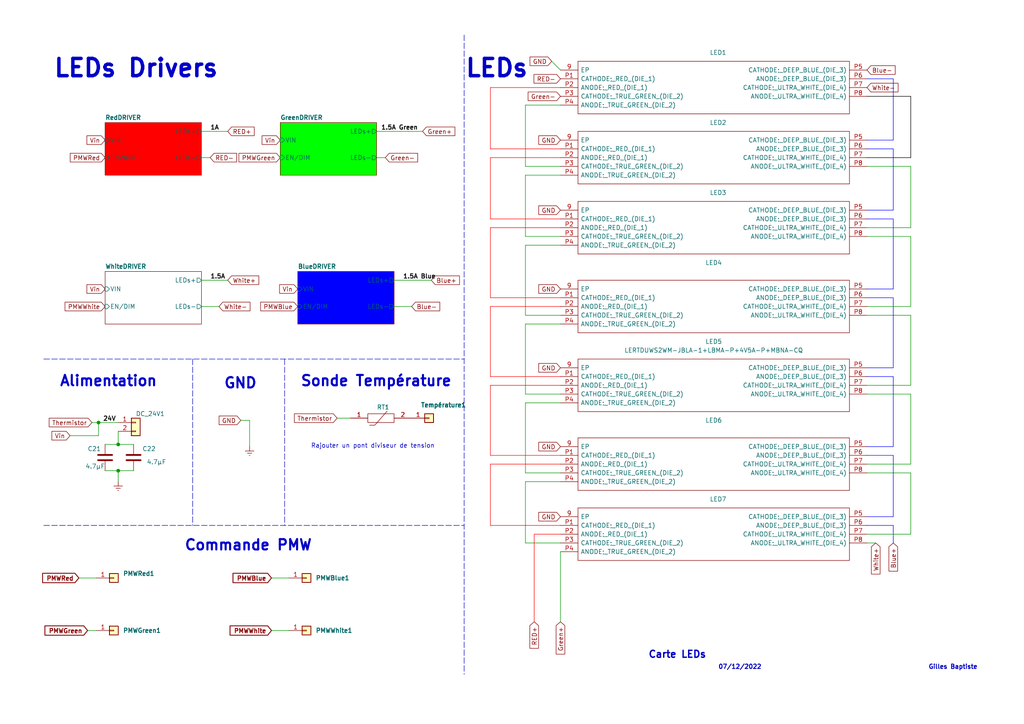
<source format=kicad_sch>
(kicad_sch (version 20211123) (generator eeschema)

  (uuid f6d8cfcb-a6b2-478a-9120-3f6bd3756809)

  (paper "A4")

  (lib_symbols
    (symbol "CarteAlimentation:LERTDUWS2WM-JBLA-1+LBMA-P+4V5A-P+MBNA-CQ" (pin_names (offset 0.762)) (in_bom yes) (on_board yes)
      (property "Reference" "LED" (id 0) (at 85.09 7.62 0)
        (effects (font (size 1.27 1.27)) (justify left))
      )
      (property "Value" "LERTDUWS2WM-JBLA-1+LBMA-P+4V5A-P+MBNA-CQ" (id 1) (at 85.09 5.08 0)
        (effects (font (size 1.27 1.27)) (justify left))
      )
      (property "Footprint" "LERTDUWS2WMJBLA1LBMAP4V5APMBNACQ" (id 2) (at 85.09 2.54 0)
        (effects (font (size 1.27 1.27)) (justify left) hide)
      )
      (property "Datasheet" "https://dammedia.osram.info/media/resource/hires/osram-dam-6724813/LE%20RTDUW%20S2WM_EN.pdf" (id 3) (at 85.09 0 0)
        (effects (font (size 1.27 1.27)) (justify left) hide)
      )
      (property "Description" "High Power LEDs - Multi-Colour RGBW LED OSTAR Stage" (id 4) (at 85.09 -2.54 0)
        (effects (font (size 1.27 1.27)) (justify left) hide)
      )
      (property "Height" "1.22" (id 5) (at 85.09 -5.08 0)
        (effects (font (size 1.27 1.27)) (justify left) hide)
      )
      (property "Mouser Part Number" "720-LERTDUWS2WMA2120" (id 6) (at 85.09 -7.62 0)
        (effects (font (size 1.27 1.27)) (justify left) hide)
      )
      (property "Mouser Price/Stock" "https://www.mouser.co.uk/ProductDetail/OSRAM-Opto-Semiconductors/LERTDUWS2WM-JBLA-1%2bLBMA-P%2b4V5A-P%2bMBNA-CQ?qs=wnTfsH77Xs6NOih3WdFDXw%3D%3D" (id 7) (at 85.09 -10.16 0)
        (effects (font (size 1.27 1.27)) (justify left) hide)
      )
      (property "Manufacturer_Name" "OSRAM" (id 8) (at 85.09 -12.7 0)
        (effects (font (size 1.27 1.27)) (justify left) hide)
      )
      (property "Manufacturer_Part_Number" "LERTDUWS2WM-JBLA-1+LBMA-P+4V5A-P+MBNA-CQ" (id 9) (at 85.09 -15.24 0)
        (effects (font (size 1.27 1.27)) (justify left) hide)
      )
      (property "ki_description" "High Power LEDs - Multi-Colour RGBW LED OSTAR Stage" (id 10) (at 0 0 0)
        (effects (font (size 1.27 1.27)) hide)
      )
      (symbol "LERTDUWS2WM-JBLA-1+LBMA-P+4V5A-P+MBNA-CQ_0_0"
        (pin passive line (at 0 0 0) (length 5.08)
          (name "EP" (effects (font (size 1.27 1.27))))
          (number "9" (effects (font (size 1.27 1.27))))
        )
        (pin passive line (at 0 -2.54 0) (length 5.08)
          (name "CATHODE;_RED_(DIE_1)" (effects (font (size 1.27 1.27))))
          (number "P1" (effects (font (size 1.27 1.27))))
        )
        (pin passive line (at 0 -5.08 0) (length 5.08)
          (name "ANODE;_RED_(DIE_1)" (effects (font (size 1.27 1.27))))
          (number "P2" (effects (font (size 1.27 1.27))))
        )
        (pin passive line (at 0 -7.62 0) (length 5.08)
          (name "CATHODE;_TRUE_GREEN_(DIE_2)" (effects (font (size 1.27 1.27))))
          (number "P3" (effects (font (size 1.27 1.27))))
        )
        (pin passive line (at 0 -10.16 0) (length 5.08)
          (name "ANODE;_TRUE_GREEN_(DIE_2)" (effects (font (size 1.27 1.27))))
          (number "P4" (effects (font (size 1.27 1.27))))
        )
        (pin passive line (at 88.9 0 180) (length 5.08)
          (name "CATHODE;_DEEP_BLUE_(DIE_3)" (effects (font (size 1.27 1.27))))
          (number "P5" (effects (font (size 1.27 1.27))))
        )
        (pin passive line (at 88.9 -2.54 180) (length 5.08)
          (name "ANODE;_DEEP_BLUE_(DIE_3)" (effects (font (size 1.27 1.27))))
          (number "P6" (effects (font (size 1.27 1.27))))
        )
        (pin passive line (at 88.9 -5.08 180) (length 5.08)
          (name "CATHODE;_ULTRA_WHITE_(DIE_4)" (effects (font (size 1.27 1.27))))
          (number "P7" (effects (font (size 1.27 1.27))))
        )
        (pin passive line (at 88.9 -7.62 180) (length 5.08)
          (name "ANODE;_ULTRA_WHITE_(DIE_4)" (effects (font (size 1.27 1.27))))
          (number "P8" (effects (font (size 1.27 1.27))))
        )
      )
      (symbol "LERTDUWS2WM-JBLA-1+LBMA-P+4V5A-P+MBNA-CQ_0_1"
        (polyline
          (pts
            (xy 5.08 2.54)
            (xy 83.82 2.54)
            (xy 83.82 -12.7)
            (xy 5.08 -12.7)
            (xy 5.08 2.54)
          )
          (stroke (width 0.1524) (type default) (color 0 0 0 0))
          (fill (type none))
        )
      )
    )
    (symbol "CarteAlimentation:NCP18XH103F03RB" (pin_names (offset 0.762)) (in_bom yes) (on_board yes)
      (property "Reference" "RT" (id 0) (at 13.97 6.35 0)
        (effects (font (size 1.27 1.27)) (justify left))
      )
      (property "Value" "NCP18XH103F03RB" (id 1) (at 13.97 3.81 0)
        (effects (font (size 1.27 1.27)) (justify left))
      )
      (property "Footprint" "THRMC1608X95N" (id 2) (at 13.97 1.27 0)
        (effects (font (size 1.27 1.27)) (justify left) hide)
      )
      (property "Datasheet" "http://uk.rs-online.com/web/p/products/7259050P" (id 3) (at 13.97 -1.27 0)
        (effects (font (size 1.27 1.27)) (justify left) hide)
      )
      (property "Description" "Thermistor NTC 10K Ohm 1% 2-Pin 0603 Surface Mount Solder Pad 3434K T/R" (id 4) (at 13.97 -3.81 0)
        (effects (font (size 1.27 1.27)) (justify left) hide)
      )
      (property "Height" "0.95" (id 5) (at 13.97 -6.35 0)
        (effects (font (size 1.27 1.27)) (justify left) hide)
      )
      (property "RS Part Number" "7259050P" (id 6) (at 13.97 -8.89 0)
        (effects (font (size 1.27 1.27)) (justify left) hide)
      )
      (property "RS Price/Stock" "http://uk.rs-online.com/web/p/products/7259050P" (id 7) (at 13.97 -11.43 0)
        (effects (font (size 1.27 1.27)) (justify left) hide)
      )
      (property "Manufacturer_Name" "Murata Electronics" (id 8) (at 13.97 -13.97 0)
        (effects (font (size 1.27 1.27)) (justify left) hide)
      )
      (property "Manufacturer_Part_Number" "NCP18XH103F03RB" (id 9) (at 13.97 -16.51 0)
        (effects (font (size 1.27 1.27)) (justify left) hide)
      )
      (property "ki_description" "Thermistor NTC 10K Ohm 1% 2-Pin 0603 Surface Mount Solder Pad 3434K T/R" (id 10) (at 0 0 0)
        (effects (font (size 1.27 1.27)) hide)
      )
      (symbol "NCP18XH103F03RB_0_0"
        (pin passive line (at 0 0 0) (length 5.08)
          (name "~" (effects (font (size 1.27 1.27))))
          (number "1" (effects (font (size 1.27 1.27))))
        )
        (pin passive line (at 17.78 0 180) (length 5.08)
          (name "~" (effects (font (size 1.27 1.27))))
          (number "2" (effects (font (size 1.27 1.27))))
        )
      )
      (symbol "NCP18XH103F03RB_0_1"
        (polyline
          (pts
            (xy 5.588 -2.032)
            (xy 7.112 -2.032)
            (xy 10.668 2.032)
          )
          (stroke (width 0.1524) (type default) (color 0 0 0 0))
          (fill (type none))
        )
        (polyline
          (pts
            (xy 5.08 1.27)
            (xy 12.7 1.27)
            (xy 12.7 -1.27)
            (xy 5.08 -1.27)
            (xy 5.08 1.27)
          )
          (stroke (width 0.1524) (type default) (color 0 0 0 0))
          (fill (type none))
        )
      )
    )
    (symbol "Connector_Generic:Conn_01x01" (pin_names (offset 1.016) hide) (in_bom yes) (on_board yes)
      (property "Reference" "J" (id 0) (at 0 2.54 0)
        (effects (font (size 1.27 1.27)))
      )
      (property "Value" "Conn_01x01" (id 1) (at 0 -2.54 0)
        (effects (font (size 1.27 1.27)))
      )
      (property "Footprint" "" (id 2) (at 0 0 0)
        (effects (font (size 1.27 1.27)) hide)
      )
      (property "Datasheet" "~" (id 3) (at 0 0 0)
        (effects (font (size 1.27 1.27)) hide)
      )
      (property "ki_keywords" "connector" (id 4) (at 0 0 0)
        (effects (font (size 1.27 1.27)) hide)
      )
      (property "ki_description" "Generic connector, single row, 01x01, script generated (kicad-library-utils/schlib/autogen/connector/)" (id 5) (at 0 0 0)
        (effects (font (size 1.27 1.27)) hide)
      )
      (property "ki_fp_filters" "Connector*:*_1x??_*" (id 6) (at 0 0 0)
        (effects (font (size 1.27 1.27)) hide)
      )
      (symbol "Conn_01x01_1_1"
        (rectangle (start -1.27 0.127) (end 0 -0.127)
          (stroke (width 0.1524) (type default) (color 0 0 0 0))
          (fill (type none))
        )
        (rectangle (start -1.27 1.27) (end 1.27 -1.27)
          (stroke (width 0.254) (type default) (color 0 0 0 0))
          (fill (type background))
        )
        (pin passive line (at -5.08 0 0) (length 3.81)
          (name "Pin_1" (effects (font (size 1.27 1.27))))
          (number "1" (effects (font (size 1.27 1.27))))
        )
      )
    )
    (symbol "Connector_Generic:Conn_01x02" (pin_names (offset 1.016) hide) (in_bom yes) (on_board yes)
      (property "Reference" "J" (id 0) (at 0 2.54 0)
        (effects (font (size 1.27 1.27)))
      )
      (property "Value" "Conn_01x02" (id 1) (at 0 -5.08 0)
        (effects (font (size 1.27 1.27)))
      )
      (property "Footprint" "" (id 2) (at 0 0 0)
        (effects (font (size 1.27 1.27)) hide)
      )
      (property "Datasheet" "~" (id 3) (at 0 0 0)
        (effects (font (size 1.27 1.27)) hide)
      )
      (property "ki_keywords" "connector" (id 4) (at 0 0 0)
        (effects (font (size 1.27 1.27)) hide)
      )
      (property "ki_description" "Generic connector, single row, 01x02, script generated (kicad-library-utils/schlib/autogen/connector/)" (id 5) (at 0 0 0)
        (effects (font (size 1.27 1.27)) hide)
      )
      (property "ki_fp_filters" "Connector*:*_1x??_*" (id 6) (at 0 0 0)
        (effects (font (size 1.27 1.27)) hide)
      )
      (symbol "Conn_01x02_1_1"
        (rectangle (start -1.27 -2.413) (end 0 -2.667)
          (stroke (width 0.1524) (type default) (color 0 0 0 0))
          (fill (type none))
        )
        (rectangle (start -1.27 0.127) (end 0 -0.127)
          (stroke (width 0.1524) (type default) (color 0 0 0 0))
          (fill (type none))
        )
        (rectangle (start -1.27 1.27) (end 1.27 -3.81)
          (stroke (width 0.254) (type default) (color 0 0 0 0))
          (fill (type background))
        )
        (pin passive line (at -5.08 0 0) (length 3.81)
          (name "Pin_1" (effects (font (size 1.27 1.27))))
          (number "1" (effects (font (size 1.27 1.27))))
        )
        (pin passive line (at -5.08 -2.54 0) (length 3.81)
          (name "Pin_2" (effects (font (size 1.27 1.27))))
          (number "2" (effects (font (size 1.27 1.27))))
        )
      )
    )
    (symbol "Device:C" (pin_numbers hide) (pin_names (offset 0.254)) (in_bom yes) (on_board yes)
      (property "Reference" "C" (id 0) (at 0.635 2.54 0)
        (effects (font (size 1.27 1.27)) (justify left))
      )
      (property "Value" "C" (id 1) (at 0.635 -2.54 0)
        (effects (font (size 1.27 1.27)) (justify left))
      )
      (property "Footprint" "" (id 2) (at 0.9652 -3.81 0)
        (effects (font (size 1.27 1.27)) hide)
      )
      (property "Datasheet" "~" (id 3) (at 0 0 0)
        (effects (font (size 1.27 1.27)) hide)
      )
      (property "ki_keywords" "cap capacitor" (id 4) (at 0 0 0)
        (effects (font (size 1.27 1.27)) hide)
      )
      (property "ki_description" "Unpolarized capacitor" (id 5) (at 0 0 0)
        (effects (font (size 1.27 1.27)) hide)
      )
      (property "ki_fp_filters" "C_*" (id 6) (at 0 0 0)
        (effects (font (size 1.27 1.27)) hide)
      )
      (symbol "C_0_1"
        (polyline
          (pts
            (xy -2.032 -0.762)
            (xy 2.032 -0.762)
          )
          (stroke (width 0.508) (type default) (color 0 0 0 0))
          (fill (type none))
        )
        (polyline
          (pts
            (xy -2.032 0.762)
            (xy 2.032 0.762)
          )
          (stroke (width 0.508) (type default) (color 0 0 0 0))
          (fill (type none))
        )
      )
      (symbol "C_1_1"
        (pin passive line (at 0 3.81 270) (length 2.794)
          (name "~" (effects (font (size 1.27 1.27))))
          (number "1" (effects (font (size 1.27 1.27))))
        )
        (pin passive line (at 0 -3.81 90) (length 2.794)
          (name "~" (effects (font (size 1.27 1.27))))
          (number "2" (effects (font (size 1.27 1.27))))
        )
      )
    )
    (symbol "power:Earth" (power) (pin_names (offset 0)) (in_bom yes) (on_board yes)
      (property "Reference" "#PWR" (id 0) (at 0 -6.35 0)
        (effects (font (size 1.27 1.27)) hide)
      )
      (property "Value" "Earth" (id 1) (at 0 -3.81 0)
        (effects (font (size 1.27 1.27)) hide)
      )
      (property "Footprint" "" (id 2) (at 0 0 0)
        (effects (font (size 1.27 1.27)) hide)
      )
      (property "Datasheet" "~" (id 3) (at 0 0 0)
        (effects (font (size 1.27 1.27)) hide)
      )
      (property "ki_keywords" "power-flag ground gnd" (id 4) (at 0 0 0)
        (effects (font (size 1.27 1.27)) hide)
      )
      (property "ki_description" "Power symbol creates a global label with name \"Earth\"" (id 5) (at 0 0 0)
        (effects (font (size 1.27 1.27)) hide)
      )
      (symbol "Earth_0_1"
        (polyline
          (pts
            (xy -0.635 -1.905)
            (xy 0.635 -1.905)
          )
          (stroke (width 0) (type default) (color 0 0 0 0))
          (fill (type none))
        )
        (polyline
          (pts
            (xy -0.127 -2.54)
            (xy 0.127 -2.54)
          )
          (stroke (width 0) (type default) (color 0 0 0 0))
          (fill (type none))
        )
        (polyline
          (pts
            (xy 0 -1.27)
            (xy 0 0)
          )
          (stroke (width 0) (type default) (color 0 0 0 0))
          (fill (type none))
        )
        (polyline
          (pts
            (xy 1.27 -1.27)
            (xy -1.27 -1.27)
          )
          (stroke (width 0) (type default) (color 0 0 0 0))
          (fill (type none))
        )
      )
      (symbol "Earth_1_1"
        (pin power_in line (at 0 0 270) (length 0) hide
          (name "Earth" (effects (font (size 1.27 1.27))))
          (number "1" (effects (font (size 1.27 1.27))))
        )
      )
    )
  )

  (junction (at 34.29 136.525) (diameter 0) (color 0 0 0 0)
    (uuid 9c0e51b6-58be-48fe-86a8-68030e625058)
  )
  (junction (at 34.29 128.905) (diameter 0) (color 0 0 0 0)
    (uuid e596943d-4530-4d50-a0e4-91accbaf9020)
  )
  (junction (at 28.575 122.555) (diameter 0) (color 0 0 0 0)
    (uuid fb0abe5c-2b59-4ea0-a334-66ddb2e6b28c)
  )

  (wire (pts (xy 30.48 136.525) (xy 34.29 136.525))
    (stroke (width 0) (type default) (color 0 0 0 0))
    (uuid 010a2e9d-0e17-4589-aeaa-add68d910a51)
  )
  (polyline (pts (xy 12.7 152.4) (xy 134.62 152.4))
    (stroke (width 0) (type default) (color 0 0 0 0))
    (uuid 01e9a197-ca9f-44de-b08a-33ccab19a0a6)
  )

  (wire (pts (xy 264.16 27.94) (xy 264.16 45.72))
    (stroke (width 0) (type default) (color 0 0 0 1))
    (uuid 0218aa27-125a-4f57-88e0-b38879088439)
  )
  (wire (pts (xy 152.4 114.3) (xy 162.56 114.3))
    (stroke (width 0) (type default) (color 0 0 0 0))
    (uuid 022c8802-432f-484e-9902-3c39793544c3)
  )
  (wire (pts (xy 26.67 122.555) (xy 28.575 122.555))
    (stroke (width 0) (type default) (color 0 0 0 0))
    (uuid 0342a938-c2cd-4266-84c3-9b7b13275157)
  )
  (wire (pts (xy 259.08 129.54) (xy 251.46 129.54))
    (stroke (width 0) (type default) (color 0 0 255 1))
    (uuid 04645239-7f6c-4281-9445-95784312c683)
  )
  (wire (pts (xy 28.575 122.555) (xy 34.29 122.555))
    (stroke (width 0) (type default) (color 0 0 0 0))
    (uuid 0572d9e5-278f-4c28-b709-9c76577d6c10)
  )
  (wire (pts (xy 142.24 43.18) (xy 162.56 43.18))
    (stroke (width 0) (type default) (color 255 0 0 1))
    (uuid 08139a64-22e8-4e45-adf1-82f32d9ba4cd)
  )
  (wire (pts (xy 259.08 152.4) (xy 259.08 157.48))
    (stroke (width 0) (type default) (color 0 0 255 1))
    (uuid 08cf0b97-2fba-4459-926f-10a79afee7fa)
  )
  (wire (pts (xy 154.94 154.94) (xy 154.94 180.34))
    (stroke (width 0) (type default) (color 255 0 0 1))
    (uuid 09664000-3059-441d-a734-78e4f374799c)
  )
  (wire (pts (xy 162.56 71.12) (xy 152.4 71.12))
    (stroke (width 0) (type default) (color 0 0 0 0))
    (uuid 0e4b394c-415d-446e-aaf7-f7c1854bea43)
  )
  (wire (pts (xy 142.24 66.04) (xy 162.56 66.04))
    (stroke (width 0) (type default) (color 255 0 0 1))
    (uuid 0ea2dd4e-e83f-46e1-8b12-2ec0c3679536)
  )
  (wire (pts (xy 20.32 126.365) (xy 28.575 126.365))
    (stroke (width 0) (type default) (color 0 0 0 0))
    (uuid 106ef5d1-4934-463b-bad8-49fadb0150bb)
  )
  (wire (pts (xy 264.16 68.58) (xy 264.16 88.9))
    (stroke (width 0) (type default) (color 0 0 0 0))
    (uuid 10b5ffb3-1874-4ca5-884e-ef57fc105dc3)
  )
  (wire (pts (xy 162.56 134.62) (xy 142.24 134.62))
    (stroke (width 0) (type default) (color 255 0 0 1))
    (uuid 114e2272-2494-4729-acf7-902aa18783a7)
  )
  (wire (pts (xy 251.46 22.86) (xy 259.08 22.86))
    (stroke (width 0) (type default) (color 0 0 255 1))
    (uuid 1252c534-c3e4-47dd-9b44-39d7b4299c3d)
  )
  (wire (pts (xy 251.46 27.94) (xy 264.16 27.94))
    (stroke (width 0) (type default) (color 0 0 0 1))
    (uuid 13a5355a-c8b7-400b-ba38-6601d478c0f8)
  )
  (wire (pts (xy 251.46 137.16) (xy 264.16 137.16))
    (stroke (width 0) (type default) (color 0 0 0 0))
    (uuid 13c77bda-2d71-4b42-9191-677322f2a64b)
  )
  (wire (pts (xy 152.4 48.26) (xy 162.56 48.26))
    (stroke (width 0) (type default) (color 0 0 0 0))
    (uuid 179b5676-15a0-461e-938e-b50f9f760b17)
  )
  (wire (pts (xy 142.24 111.76) (xy 142.24 132.08))
    (stroke (width 0) (type default) (color 255 0 0 1))
    (uuid 186ac16d-468f-4635-ad26-32fb4d330e99)
  )
  (wire (pts (xy 152.4 30.48) (xy 152.4 48.26))
    (stroke (width 0) (type default) (color 0 0 0 0))
    (uuid 1cbfbc68-3b97-4c97-a18b-564bacdf5fa6)
  )
  (wire (pts (xy 264.16 111.76) (xy 251.46 111.76))
    (stroke (width 0) (type default) (color 0 0 0 0))
    (uuid 1d4ed81d-a4c9-48a1-8834-d3bf7b2464a4)
  )
  (wire (pts (xy 152.4 68.58) (xy 162.56 68.58))
    (stroke (width 0) (type default) (color 0 0 0 0))
    (uuid 1fcbe716-987d-4571-b860-a1227bb6ff4c)
  )
  (wire (pts (xy 259.08 109.22) (xy 259.08 129.54))
    (stroke (width 0) (type default) (color 0 0 255 1))
    (uuid 248b9d64-357e-413f-8722-e732dd76afcb)
  )
  (wire (pts (xy 251.46 60.96) (xy 259.08 60.96))
    (stroke (width 0) (type default) (color 0 0 255 1))
    (uuid 25b2c9c6-ede5-48d1-addd-7bc13ebc1424)
  )
  (wire (pts (xy 142.24 152.4) (xy 162.56 152.4))
    (stroke (width 0) (type default) (color 255 0 0 1))
    (uuid 26a1f421-66c3-4d27-a29c-345e44748bf1)
  )
  (wire (pts (xy 162.56 116.84) (xy 152.4 116.84))
    (stroke (width 0) (type default) (color 0 0 0 0))
    (uuid 293b7845-b579-4235-9b81-4ec4bd47abfb)
  )
  (wire (pts (xy 162.56 139.7) (xy 152.4 139.7))
    (stroke (width 0) (type default) (color 0 0 0 0))
    (uuid 2d3fd898-e199-4a90-809c-5fdd5e1a06ec)
  )
  (wire (pts (xy 251.46 66.04) (xy 264.16 66.04))
    (stroke (width 0) (type default) (color 0 0 0 0))
    (uuid 35010d8a-1376-47c9-b678-8f9f5b515639)
  )
  (wire (pts (xy 152.4 137.16) (xy 162.56 137.16))
    (stroke (width 0) (type default) (color 0 0 0 0))
    (uuid 3ad9bef7-fd85-4fa0-9d1f-d25538e9b981)
  )
  (wire (pts (xy 97.79 121.285) (xy 101.6 121.285))
    (stroke (width 0) (type default) (color 0 0 0 0))
    (uuid 43a412b6-7365-49c6-a352-dfc884b29148)
  )
  (wire (pts (xy 264.16 88.9) (xy 251.46 88.9))
    (stroke (width 0) (type default) (color 0 0 0 0))
    (uuid 45653252-2cf2-4458-9964-fd9435e1eca2)
  )
  (wire (pts (xy 114.3 81.28) (xy 125.095 81.28))
    (stroke (width 0) (type default) (color 0 0 0 0))
    (uuid 459980e1-ebe1-40f5-9dcc-431ab966f7ce)
  )
  (wire (pts (xy 259.08 63.5) (xy 259.08 83.82))
    (stroke (width 0) (type default) (color 0 0 255 1))
    (uuid 4b54cda8-dac3-4479-8539-d2f7d04bdfc1)
  )
  (wire (pts (xy 259.08 149.86) (xy 251.46 149.86))
    (stroke (width 0) (type default) (color 0 0 255 1))
    (uuid 4ba6bd16-e25b-456a-9c29-d9c95fa4efb7)
  )
  (wire (pts (xy 28.575 126.365) (xy 28.575 122.555))
    (stroke (width 0) (type default) (color 0 0 0 0))
    (uuid 4fb4f42b-8420-4396-acb8-8ce22783a588)
  )
  (wire (pts (xy 152.4 139.7) (xy 152.4 157.48))
    (stroke (width 0) (type default) (color 0 0 0 0))
    (uuid 4ff522e8-134d-4ee7-b94d-ebdf31b239e9)
  )
  (wire (pts (xy 152.4 93.98) (xy 152.4 114.3))
    (stroke (width 0) (type default) (color 0 0 0 0))
    (uuid 5694dfcd-f8b1-4c2e-8ea8-38d5fd553517)
  )
  (wire (pts (xy 78.74 167.64) (xy 83.82 167.64))
    (stroke (width 0) (type default) (color 0 0 0 0))
    (uuid 57633e63-b354-4798-9384-d585e7d41448)
  )
  (wire (pts (xy 259.08 43.18) (xy 259.08 60.96))
    (stroke (width 0) (type default) (color 0 0 255 1))
    (uuid 5aba65d9-926e-42c7-9ac8-fbe9b95d4ee7)
  )
  (wire (pts (xy 34.29 136.525) (xy 34.29 139.7))
    (stroke (width 0) (type default) (color 0 0 0 0))
    (uuid 5b13c40a-26fb-4a94-9e1a-ba80bd9c6627)
  )
  (wire (pts (xy 58.42 88.9) (xy 63.5 88.9))
    (stroke (width 0) (type default) (color 0 0 0 0))
    (uuid 5c6627ea-658a-490f-8cf2-f811e8822d29)
  )
  (wire (pts (xy 34.29 136.525) (xy 38.735 136.525))
    (stroke (width 0) (type default) (color 0 0 0 0))
    (uuid 5d1a292f-7081-4135-ba61-76d11e392423)
  )
  (polyline (pts (xy 55.88 104.14) (xy 55.88 152.4))
    (stroke (width 0) (type default) (color 0 0 0 0))
    (uuid 5df8bb4d-2694-4a6e-b294-a9054e019810)
  )

  (wire (pts (xy 152.4 116.84) (xy 152.4 137.16))
    (stroke (width 0) (type default) (color 0 0 0 0))
    (uuid 5f0a9043-84cd-4018-829a-0129e4e19eac)
  )
  (wire (pts (xy 251.46 152.4) (xy 259.08 152.4))
    (stroke (width 0) (type default) (color 0 0 255 1))
    (uuid 6330d2e8-18db-4a29-b252-91167669ab6c)
  )
  (wire (pts (xy 109.22 38.1) (xy 122.555 38.1))
    (stroke (width 0) (type default) (color 0 0 0 0))
    (uuid 656af43d-d113-4349-a838-a6bf667708a9)
  )
  (wire (pts (xy 160.02 17.78) (xy 162.56 20.32))
    (stroke (width 0) (type default) (color 0 0 0 0))
    (uuid 68586065-01df-4373-abf2-c5d6ec20c6a6)
  )
  (wire (pts (xy 259.08 132.08) (xy 259.08 149.86))
    (stroke (width 0) (type default) (color 0 0 255 1))
    (uuid 68d4c200-0d4c-4552-a70a-c9f634b9ff4c)
  )
  (wire (pts (xy 259.08 83.82) (xy 251.46 83.82))
    (stroke (width 0) (type default) (color 0 0 255 1))
    (uuid 699fcffa-6cdc-47bc-bb2b-c704468b5d82)
  )
  (polyline (pts (xy 82.55 104.14) (xy 82.55 152.4))
    (stroke (width 0) (type default) (color 0 0 0 0))
    (uuid 6a0e113e-7e7e-4f67-b5d6-842ada207fb0)
  )

  (wire (pts (xy 114.3 88.9) (xy 119.38 88.9))
    (stroke (width 0) (type default) (color 0 0 0 0))
    (uuid 6abb5fcf-5e4f-40ad-b522-3f3fd910ba5f)
  )
  (wire (pts (xy 72.39 121.92) (xy 72.39 129.54))
    (stroke (width 0) (type default) (color 0 0 0 0))
    (uuid 6af1d884-ad3b-4d66-a18d-1317d90cf096)
  )
  (wire (pts (xy 162.56 154.94) (xy 154.94 154.94))
    (stroke (width 0) (type default) (color 255 0 0 1))
    (uuid 6d1e9f49-a66d-4c19-a4fc-77e0afff932c)
  )
  (wire (pts (xy 251.46 68.58) (xy 264.16 68.58))
    (stroke (width 0) (type default) (color 0 0 0 0))
    (uuid 6ddbe668-8dbf-4887-b25f-5f148416fa9e)
  )
  (wire (pts (xy 152.4 50.8) (xy 152.4 68.58))
    (stroke (width 0) (type default) (color 0 0 0 0))
    (uuid 6ec4e8b3-00bd-41bb-ad7c-89a683575cd9)
  )
  (wire (pts (xy 251.46 63.5) (xy 259.08 63.5))
    (stroke (width 0) (type default) (color 0 0 255 1))
    (uuid 70eb4c88-7025-4462-9790-cdde024aadb1)
  )
  (polyline (pts (xy 12.7 104.14) (xy 134.62 104.14))
    (stroke (width 0) (type default) (color 0 0 0 0))
    (uuid 7109a9bf-61dc-4e50-b541-c78ffa4fae9f)
  )

  (wire (pts (xy 259.08 40.64) (xy 251.46 40.64))
    (stroke (width 0) (type default) (color 0 0 255 1))
    (uuid 72823793-c0b5-4576-82e6-1a9a021141d6)
  )
  (wire (pts (xy 264.16 91.44) (xy 264.16 111.76))
    (stroke (width 0) (type default) (color 0 0 0 0))
    (uuid 782cf29e-3ea4-4009-8bfa-a657b164a68e)
  )
  (wire (pts (xy 34.29 128.905) (xy 38.735 128.905))
    (stroke (width 0) (type default) (color 0 0 0 0))
    (uuid 79aefd7c-680f-4a26-ae59-d59ba07988b8)
  )
  (wire (pts (xy 142.24 88.9) (xy 142.24 109.22))
    (stroke (width 0) (type default) (color 255 0 0 1))
    (uuid 79eb4503-ed5a-46ea-abf9-07d975dd3561)
  )
  (wire (pts (xy 251.46 154.94) (xy 264.16 154.94))
    (stroke (width 0) (type default) (color 0 0 0 0))
    (uuid 7e475dc7-0da7-4805-897d-cbb7fb824288)
  )
  (wire (pts (xy 78.74 182.88) (xy 83.82 182.88))
    (stroke (width 0) (type default) (color 0 0 0 0))
    (uuid 7f54266c-e52d-420b-aec6-e4571224e4bd)
  )
  (wire (pts (xy 251.46 109.22) (xy 259.08 109.22))
    (stroke (width 0) (type default) (color 0 0 255 1))
    (uuid 80078bc1-fdcd-49d4-b584-9e6b394e32c1)
  )
  (wire (pts (xy 152.4 91.44) (xy 162.56 91.44))
    (stroke (width 0) (type default) (color 0 0 0 0))
    (uuid 83b832af-e283-45b1-a2b5-ca59c04627a1)
  )
  (wire (pts (xy 162.56 45.72) (xy 142.24 45.72))
    (stroke (width 0) (type default) (color 255 0 0 1))
    (uuid 8405267e-5fac-4805-9797-0fb1b254c897)
  )
  (wire (pts (xy 142.24 132.08) (xy 162.56 132.08))
    (stroke (width 0) (type default) (color 255 0 0 1))
    (uuid 880bfc71-ab26-48f8-99a0-b5e9f0c55948)
  )
  (wire (pts (xy 142.24 109.22) (xy 162.56 109.22))
    (stroke (width 0) (type default) (color 255 0 0 1))
    (uuid 8a609373-dcbc-45bf-b118-4df8255c403c)
  )
  (wire (pts (xy 162.56 93.98) (xy 152.4 93.98))
    (stroke (width 0) (type default) (color 0 0 0 0))
    (uuid 8a6730d3-f389-4c03-ae9c-dedeadd535a8)
  )
  (wire (pts (xy 152.4 30.48) (xy 162.56 30.48))
    (stroke (width 0) (type default) (color 0 0 0 0))
    (uuid 8bd287ac-10c3-45b6-8894-1701afc6fe3d)
  )
  (wire (pts (xy 34.29 125.095) (xy 34.29 128.905))
    (stroke (width 0) (type default) (color 0 0 0 0))
    (uuid 8de8a91e-a2fc-4448-a94d-f505e385520b)
  )
  (wire (pts (xy 109.22 45.72) (xy 111.76 45.72))
    (stroke (width 0) (type default) (color 0 0 0 0))
    (uuid 8ee14271-75fa-45e1-946d-396841fe9cc6)
  )
  (wire (pts (xy 162.56 25.4) (xy 142.24 25.4))
    (stroke (width 0) (type default) (color 255 0 0 1))
    (uuid 8f9466c4-d3f2-4d2d-bd70-5319213edbdb)
  )
  (wire (pts (xy 251.46 86.36) (xy 259.08 86.36))
    (stroke (width 0) (type default) (color 0 0 255 1))
    (uuid 90f1b5ce-8586-423c-8c42-d33ffda66e94)
  )
  (wire (pts (xy 58.42 45.72) (xy 60.96 45.72))
    (stroke (width 0) (type default) (color 0 0 0 0))
    (uuid 93794bf7-274e-489b-b56e-05a47b944fb4)
  )
  (wire (pts (xy 142.24 66.04) (xy 142.24 86.36))
    (stroke (width 0) (type default) (color 255 0 0 1))
    (uuid 9b38bba8-82bf-4f54-891d-55616f2961a8)
  )
  (wire (pts (xy 162.56 50.8) (xy 152.4 50.8))
    (stroke (width 0) (type default) (color 0 0 0 0))
    (uuid 9b9b739e-e011-4a07-8e99-cf219a296705)
  )
  (wire (pts (xy 142.24 63.5) (xy 162.56 63.5))
    (stroke (width 0) (type default) (color 255 0 0 1))
    (uuid 9c673270-931c-4a27-84d2-1da4d2cbe3be)
  )
  (wire (pts (xy 30.48 128.905) (xy 34.29 128.905))
    (stroke (width 0) (type default) (color 0 0 0 0))
    (uuid 9d301a0f-2875-4745-bbfe-57f1219e81bc)
  )
  (wire (pts (xy 251.46 43.18) (xy 259.08 43.18))
    (stroke (width 0) (type default) (color 0 0 255 1))
    (uuid 9ed434f7-59d9-4705-88c3-fd43799adb97)
  )
  (wire (pts (xy 162.56 111.76) (xy 142.24 111.76))
    (stroke (width 0) (type default) (color 255 0 0 1))
    (uuid a0f76296-a706-411b-b839-126777535773)
  )
  (wire (pts (xy 264.16 114.3) (xy 264.16 134.62))
    (stroke (width 0) (type default) (color 0 0 0 0))
    (uuid ae07a2cf-316d-4ec0-bc74-4869cbb789fb)
  )
  (wire (pts (xy 264.16 134.62) (xy 251.46 134.62))
    (stroke (width 0) (type default) (color 0 0 0 0))
    (uuid b10297e4-4be3-426f-9d0f-98b06d333a11)
  )
  (wire (pts (xy 25.4 182.88) (xy 27.94 182.88))
    (stroke (width 0) (type default) (color 0 0 0 0))
    (uuid b1637142-08fd-48b3-9c55-b141abc9a4c7)
  )
  (wire (pts (xy 162.56 88.9) (xy 142.24 88.9))
    (stroke (width 0) (type default) (color 255 0 0 1))
    (uuid b467cbac-9ffa-4fbf-b0f3-63ae78fd9c35)
  )
  (wire (pts (xy 251.46 48.26) (xy 264.16 48.26))
    (stroke (width 0) (type default) (color 0 0 0 0))
    (uuid ba04ea2b-632c-4cb1-a61f-88494c648c01)
  )
  (wire (pts (xy 142.24 45.72) (xy 142.24 63.5))
    (stroke (width 0) (type default) (color 255 0 0 1))
    (uuid ba39630c-d5e1-44d7-ba5d-d64995f37601)
  )
  (wire (pts (xy 142.24 25.4) (xy 142.24 43.18))
    (stroke (width 0) (type default) (color 255 0 0 1))
    (uuid bbd6a46a-c9be-49b4-92c9-bd838f91cab5)
  )
  (wire (pts (xy 259.08 22.86) (xy 259.08 40.64))
    (stroke (width 0) (type default) (color 0 0 255 1))
    (uuid c117d058-80de-4762-b9e4-c26f3be664d1)
  )
  (wire (pts (xy 264.16 48.26) (xy 264.16 66.04))
    (stroke (width 0) (type default) (color 0 0 0 0))
    (uuid c6fcc8f6-45c8-46f8-94d3-44af5cf9e3e5)
  )
  (wire (pts (xy 58.42 38.1) (xy 66.04 38.1))
    (stroke (width 0) (type default) (color 0 0 0 0))
    (uuid c8eb2095-f7fc-446a-aa5e-c89b13a80beb)
  )
  (wire (pts (xy 264.16 45.72) (xy 251.46 45.72))
    (stroke (width 0) (type default) (color 0 0 0 1))
    (uuid cb9d66aa-7ea6-453d-a61d-5593d95b2bcc)
  )
  (wire (pts (xy 152.4 157.48) (xy 162.56 157.48))
    (stroke (width 0) (type default) (color 0 0 0 0))
    (uuid cc8290aa-a4bf-4ecf-ad79-7babfa167581)
  )
  (wire (pts (xy 142.24 134.62) (xy 142.24 152.4))
    (stroke (width 0) (type default) (color 255 0 0 1))
    (uuid ccbd29af-1519-41ca-8278-486debd9fe26)
  )
  (wire (pts (xy 251.46 114.3) (xy 264.16 114.3))
    (stroke (width 0) (type default) (color 0 0 0 0))
    (uuid cd9f40e1-4167-432d-9619-34e8be9cb4f2)
  )
  (wire (pts (xy 259.08 106.68) (xy 251.46 106.68))
    (stroke (width 0) (type default) (color 0 0 255 1))
    (uuid d8ae33d1-0b55-4d33-9739-a76453eeae8f)
  )
  (wire (pts (xy 58.42 81.28) (xy 66.04 81.28))
    (stroke (width 0) (type default) (color 0 0 0 0))
    (uuid db27c300-40b2-46cf-8010-f5dad2fdafdf)
  )
  (wire (pts (xy 69.85 121.92) (xy 72.39 121.92))
    (stroke (width 0) (type default) (color 0 0 0 0))
    (uuid dc11dca6-240a-4ec4-8fc7-0d2fcb4be9fb)
  )
  (wire (pts (xy 162.56 160.02) (xy 162.56 180.34))
    (stroke (width 0) (type default) (color 0 0 0 0))
    (uuid def6fe59-93dd-4010-ac44-9d42c57abbea)
  )
  (wire (pts (xy 152.4 71.12) (xy 152.4 91.44))
    (stroke (width 0) (type default) (color 0 0 0 0))
    (uuid e0c2d004-b03a-4f35-96e3-677d1c091f75)
  )
  (wire (pts (xy 251.46 157.48) (xy 254 157.48))
    (stroke (width 0) (type default) (color 0 0 0 0))
    (uuid e0d38986-74be-40f2-8a31-73ca80949d26)
  )
  (wire (pts (xy 251.46 91.44) (xy 264.16 91.44))
    (stroke (width 0) (type default) (color 0 0 0 0))
    (uuid e1dcd6aa-9ac2-439e-a46a-fef3e643d5b6)
  )
  (wire (pts (xy 264.16 137.16) (xy 264.16 154.94))
    (stroke (width 0) (type default) (color 0 0 0 0))
    (uuid ec78e64f-eb5d-4b62-917e-e3b2634e6146)
  )
  (polyline (pts (xy 134.62 10.16) (xy 134.62 195.58))
    (stroke (width 0) (type default) (color 0 0 0 0))
    (uuid f1e9f367-9e7b-42f8-8a55-53f3bc15311c)
  )

  (wire (pts (xy 259.08 86.36) (xy 259.08 106.68))
    (stroke (width 0) (type default) (color 0 0 255 1))
    (uuid f222eae9-14fc-4c4f-a034-604dca494ab2)
  )
  (wire (pts (xy 142.24 86.36) (xy 162.56 86.36))
    (stroke (width 0) (type default) (color 255 0 0 1))
    (uuid f41ad575-299c-41d4-8e4c-587f01eabde5)
  )
  (wire (pts (xy 251.46 132.08) (xy 259.08 132.08))
    (stroke (width 0) (type default) (color 0 0 255 1))
    (uuid fdc5083d-affb-45f2-8c66-c6e5452d828a)
  )
  (wire (pts (xy 22.86 167.64) (xy 27.94 167.64))
    (stroke (width 0) (type default) (color 0 0 0 0))
    (uuid feebc3ec-9604-4c50-944e-d8fbbaced316)
  )

  (text "07/12/2022\n" (at 208.28 194.31 0)
    (effects (font (size 1.27 1.27) bold) (justify left bottom))
    (uuid 07164061-1c54-4837-a1e0-613d15039df0)
  )
  (text "Gilles Baptiste\n" (at 269.24 194.31 0)
    (effects (font (size 1.27 1.27) bold) (justify left bottom))
    (uuid 076315a6-663a-4a5d-9b6d-40d8f95057d7)
  )
  (text "LEDs Drivers" (at 15.24 22.86 0)
    (effects (font (size 5 5) bold) (justify left bottom))
    (uuid 241d3afc-cdb0-4c5f-ae8a-36d9948d4bfe)
  )
  (text "Alimentation" (at 17.145 112.395 0)
    (effects (font (size 3 3) (thickness 0.6) bold) (justify left bottom))
    (uuid 3b70e208-9359-4910-acab-431dc23c1ecd)
  )
  (text "Sonde Température\n" (at 86.995 112.395 0)
    (effects (font (size 3 3) (thickness 0.6) bold) (justify left bottom))
    (uuid 6025c671-07ab-41af-85fb-c4f3a25b24a9)
  )
  (text "LEDs" (at 134.62 22.86 0)
    (effects (font (size 5 5) (thickness 1) bold) (justify left bottom))
    (uuid 6192bea6-ae2f-4623-a262-67993b422b9b)
  )
  (text "Commande PMW" (at 53.34 160.02 0)
    (effects (font (size 3 3) bold) (justify left bottom))
    (uuid 6a18d7bc-bab1-4521-9e24-0e2e42cea9e8)
  )
  (text "GND\n" (at 64.77 113.03 0)
    (effects (font (size 3 3) (thickness 0.6) bold) (justify left bottom))
    (uuid bc72a6cd-5e85-40ab-8f12-5c83e349aaef)
  )
  (text "Carte LEDs" (at 187.96 191.135 0)
    (effects (font (size 2 2) bold) (justify left bottom))
    (uuid d3fb1c2a-bde0-45f1-8084-b007461671cc)
  )
  (text "Rajouter un pont diviseur de tension" (at 90.17 130.175 0)
    (effects (font (size 1.27 1.27)) (justify left bottom))
    (uuid e5ca841a-6eb7-4f31-9dea-147ffe7df17a)
  )

  (label "24V" (at 29.845 122.555 0)
    (effects (font (size 1.27 1.27) bold) (justify left bottom))
    (uuid 15c0e995-6531-482c-b68d-fa345a67c0e6)
  )
  (label "1.5A Green" (at 110.49 38.1 0)
    (effects (font (size 1.27 1.27) bold) (justify left bottom))
    (uuid 2c2677d1-ada9-4dbb-b411-e210a34cdb67)
  )
  (label "1.5A" (at 60.96 81.28 0)
    (effects (font (size 1.27 1.27) bold) (justify left bottom))
    (uuid 4127fde6-4a48-4fd9-8f16-2de32b02e175)
  )
  (label "1.5A Blue" (at 116.84 81.28 0)
    (effects (font (size 1.27 1.27) bold) (justify left bottom))
    (uuid d8f60cdf-cc7d-4933-8414-047e3f23fa46)
  )
  (label "1A" (at 60.96 38.1 0)
    (effects (font (size 1.27 1.27) bold) (justify left bottom))
    (uuid ee6c3a71-2ef1-4f6e-9cce-1f5a162632ea)
  )

  (global_label "PMWGreen" (shape input) (at 81.28 45.72 180) (fields_autoplaced)
    (effects (font (size 1.27 1.27)) (justify right))
    (uuid 01591a9f-0c6b-4290-a001-289f20a86891)
    (property "Intersheet References" "${INTERSHEET_REFS}" (id 0) (at 69.3117 45.6406 0)
      (effects (font (size 1.27 1.27)) (justify right) hide)
    )
  )
  (global_label "White-" (shape input) (at 63.5 88.9 0) (fields_autoplaced)
    (effects (font (size 1.27 1.27)) (justify left))
    (uuid 02833ff7-2052-416a-b482-3bc960c59fe5)
    (property "Intersheet References" "${INTERSHEET_REFS}" (id 0) (at 72.505 88.8206 0)
      (effects (font (size 1.27 1.27)) (justify left) hide)
    )
  )
  (global_label "GND" (shape input) (at 162.56 129.54 180) (fields_autoplaced)
    (effects (font (size 1.27 1.27)) (justify right))
    (uuid 0292c370-9743-4cd2-8581-75e7fc0ccb54)
    (property "Intersheet References" "${INTERSHEET_REFS}" (id 0) (at 156.2764 129.4606 0)
      (effects (font (size 1.27 1.27)) (justify right) hide)
    )
  )
  (global_label "PMWRed" (shape input) (at 30.48 45.72 180) (fields_autoplaced)
    (effects (font (size 1.27 1.27)) (justify right))
    (uuid 0f182601-59eb-41b1-a9ba-ba34c2a216eb)
    (property "Intersheet References" "${INTERSHEET_REFS}" (id 0) (at 20.3864 45.6406 0)
      (effects (font (size 1.27 1.27)) (justify right) hide)
    )
  )
  (global_label "GND" (shape input) (at 160.02 17.78 180) (fields_autoplaced)
    (effects (font (size 1.27 1.27)) (justify right))
    (uuid 236b83f6-ae73-4dc2-97d3-f6e02ecf33fe)
    (property "Intersheet References" "${INTERSHEET_REFS}" (id 0) (at 153.7364 17.7006 0)
      (effects (font (size 1.27 1.27)) (justify right) hide)
    )
  )
  (global_label "GND" (shape input) (at 162.56 106.68 180) (fields_autoplaced)
    (effects (font (size 1.27 1.27)) (justify right))
    (uuid 23c7b970-0fe5-4c46-a498-934626b3e543)
    (property "Intersheet References" "${INTERSHEET_REFS}" (id 0) (at 156.2764 106.6006 0)
      (effects (font (size 1.27 1.27)) (justify right) hide)
    )
  )
  (global_label "RED+" (shape input) (at 154.94 180.34 270) (fields_autoplaced)
    (effects (font (size 1.27 1.27)) (justify right))
    (uuid 2a082a62-8f39-43ef-9379-9ee276e73edd)
    (property "Intersheet References" "${INTERSHEET_REFS}" (id 0) (at 155.0194 188.0145 90)
      (effects (font (size 1.27 1.27)) (justify right) hide)
    )
  )
  (global_label "Blue+" (shape input) (at 125.095 81.28 0) (fields_autoplaced)
    (effects (font (size 1.27 1.27)) (justify left))
    (uuid 2ccdb6f2-0362-42b0-8926-c9ff9471e002)
    (property "Intersheet References" "${INTERSHEET_REFS}" (id 0) (at 133.2533 81.2006 0)
      (effects (font (size 1.27 1.27)) (justify left) hide)
    )
  )
  (global_label "PMWGreen" (shape input) (at 25.4 182.88 180) (fields_autoplaced)
    (effects (font (size 1.27 1.27) bold) (justify right))
    (uuid 30ae5927-4a93-4a06-aea0-804ca646ce82)
    (property "Intersheet References" "${INTERSHEET_REFS}" (id 0) (at 13.2413 182.753 0)
      (effects (font (size 1.27 1.27) bold) (justify right) hide)
    )
  )
  (global_label "Blue-" (shape input) (at 251.46 20.32 0) (fields_autoplaced)
    (effects (font (size 1.27 1.27)) (justify left))
    (uuid 31d22d46-8ee0-4422-b9f6-31b68fc13bc4)
    (property "Intersheet References" "${INTERSHEET_REFS}" (id 0) (at 259.6183 20.2406 0)
      (effects (font (size 1.27 1.27)) (justify left) hide)
    )
  )
  (global_label "RED+" (shape input) (at 66.04 38.1 0) (fields_autoplaced)
    (effects (font (size 1.27 1.27)) (justify left))
    (uuid 335ed6e3-273c-4f54-8ff9-c04f2ffb4be1)
    (property "Intersheet References" "${INTERSHEET_REFS}" (id 0) (at 73.7145 38.0206 0)
      (effects (font (size 1.27 1.27)) (justify left) hide)
    )
  )
  (global_label "Green+" (shape input) (at 122.555 38.1 0) (fields_autoplaced)
    (effects (font (size 1.27 1.27)) (justify left))
    (uuid 3e2d25a1-20b9-4a63-821c-6d1e915c87b0)
    (property "Intersheet References" "${INTERSHEET_REFS}" (id 0) (at 131.9229 38.0206 0)
      (effects (font (size 1.27 1.27)) (justify left) hide)
    )
  )
  (global_label "Vin" (shape input) (at 30.48 40.64 180) (fields_autoplaced)
    (effects (font (size 1.27 1.27)) (justify right))
    (uuid 3fd63681-9b7b-4f5f-938c-1d3e6f2583c7)
    (property "Intersheet References" "${INTERSHEET_REFS}" (id 0) (at 25.2245 40.5606 0)
      (effects (font (size 1.27 1.27)) (justify right) hide)
    )
  )
  (global_label "PMWRed" (shape input) (at 22.86 167.64 180) (fields_autoplaced)
    (effects (font (size 1.27 1.27) bold) (justify right))
    (uuid 45a34e87-0bad-40fe-a3a0-4c267503e501)
    (property "Intersheet References" "${INTERSHEET_REFS}" (id 0) (at 12.576 167.513 0)
      (effects (font (size 1.27 1.27) bold) (justify right) hide)
    )
  )
  (global_label "PMWWhite" (shape input) (at 78.74 182.88 180) (fields_autoplaced)
    (effects (font (size 1.27 1.27) bold) (justify right))
    (uuid 52c5559b-2c21-4225-a9bd-c7a86971126f)
    (property "Intersheet References" "${INTERSHEET_REFS}" (id 0) (at 66.9441 182.753 0)
      (effects (font (size 1.27 1.27) bold) (justify right) hide)
    )
  )
  (global_label "RED-" (shape input) (at 162.56 22.86 180) (fields_autoplaced)
    (effects (font (size 1.27 1.27)) (justify right))
    (uuid 532be39d-8126-455f-9fcb-e437f059211b)
    (property "Intersheet References" "${INTERSHEET_REFS}" (id 0) (at 154.8855 22.7806 0)
      (effects (font (size 1.27 1.27)) (justify right) hide)
    )
  )
  (global_label "Green+" (shape input) (at 162.56 180.34 270) (fields_autoplaced)
    (effects (font (size 1.27 1.27)) (justify right))
    (uuid 6079edf0-bddc-4459-a1a1-33fc5253b056)
    (property "Intersheet References" "${INTERSHEET_REFS}" (id 0) (at 162.6394 189.7079 90)
      (effects (font (size 1.27 1.27)) (justify right) hide)
    )
  )
  (global_label "White+" (shape input) (at 66.04 81.28 0) (fields_autoplaced)
    (effects (font (size 1.27 1.27)) (justify left))
    (uuid 61633691-17ef-471a-91d9-34ec1b458163)
    (property "Intersheet References" "${INTERSHEET_REFS}" (id 0) (at 75.045 81.2006 0)
      (effects (font (size 1.27 1.27)) (justify left) hide)
    )
  )
  (global_label "GND" (shape input) (at 162.56 83.82 180) (fields_autoplaced)
    (effects (font (size 1.27 1.27)) (justify right))
    (uuid 66e3c82d-13ca-4e2d-ac6c-3ead589de776)
    (property "Intersheet References" "${INTERSHEET_REFS}" (id 0) (at 156.2764 83.7406 0)
      (effects (font (size 1.27 1.27)) (justify right) hide)
    )
  )
  (global_label "White+" (shape input) (at 254 157.48 270) (fields_autoplaced)
    (effects (font (size 1.27 1.27)) (justify right))
    (uuid 73c8c437-6848-4bda-a947-96a99ffa9ba3)
    (property "Intersheet References" "${INTERSHEET_REFS}" (id 0) (at 253.9206 166.485 90)
      (effects (font (size 1.27 1.27)) (justify right) hide)
    )
  )
  (global_label "GND" (shape input) (at 162.56 149.86 180) (fields_autoplaced)
    (effects (font (size 1.27 1.27)) (justify right))
    (uuid 89d3f603-1ec4-4dd5-8c97-04b53137f850)
    (property "Intersheet References" "${INTERSHEET_REFS}" (id 0) (at 156.2764 149.7806 0)
      (effects (font (size 1.27 1.27)) (justify right) hide)
    )
  )
  (global_label "Thermistor" (shape input) (at 97.79 121.285 180) (fields_autoplaced)
    (effects (font (size 1.27 1.27)) (justify right))
    (uuid 8a97d5c7-1f19-430e-946b-8195bf6b2c5d)
    (property "Intersheet References" "${INTERSHEET_REFS}" (id 0) (at 85.3983 121.2056 0)
      (effects (font (size 1.27 1.27)) (justify right) hide)
    )
  )
  (global_label "Vin" (shape input) (at 30.48 83.82 180) (fields_autoplaced)
    (effects (font (size 1.27 1.27)) (justify right))
    (uuid 93d8e6f4-f704-44e2-acc5-b137253e2cdb)
    (property "Intersheet References" "${INTERSHEET_REFS}" (id 0) (at 25.2245 83.7406 0)
      (effects (font (size 1.27 1.27)) (justify right) hide)
    )
  )
  (global_label "Vin" (shape input) (at 20.32 126.365 180) (fields_autoplaced)
    (effects (font (size 1.27 1.27)) (justify right))
    (uuid 9c8dc11e-dd54-4332-8418-2090fd967cc1)
    (property "Intersheet References" "${INTERSHEET_REFS}" (id 0) (at 15.0645 126.2856 0)
      (effects (font (size 1.27 1.27)) (justify right) hide)
    )
  )
  (global_label "PMWWhite" (shape input) (at 30.48 88.9 180) (fields_autoplaced)
    (effects (font (size 1.27 1.27)) (justify right))
    (uuid 9f20cbbd-86f5-457a-ac88-87fd3c61571a)
    (property "Intersheet References" "${INTERSHEET_REFS}" (id 0) (at 18.8745 88.8206 0)
      (effects (font (size 1.27 1.27)) (justify right) hide)
    )
  )
  (global_label "GND" (shape input) (at 162.56 60.96 180) (fields_autoplaced)
    (effects (font (size 1.27 1.27)) (justify right))
    (uuid a4f01acd-e51c-44cc-aa25-4d4a7693cebd)
    (property "Intersheet References" "${INTERSHEET_REFS}" (id 0) (at 156.2764 60.8806 0)
      (effects (font (size 1.27 1.27)) (justify right) hide)
    )
  )
  (global_label "Green-" (shape input) (at 162.56 27.94 180) (fields_autoplaced)
    (effects (font (size 1.27 1.27)) (justify right))
    (uuid a589e401-47f8-44d0-b0cb-15579aa4a618)
    (property "Intersheet References" "${INTERSHEET_REFS}" (id 0) (at 153.1921 27.8606 0)
      (effects (font (size 1.27 1.27)) (justify right) hide)
    )
  )
  (global_label "PMWBlue" (shape input) (at 86.36 88.9 180) (fields_autoplaced)
    (effects (font (size 1.27 1.27)) (justify right))
    (uuid a623fa85-6da2-4f83-8c1c-eef71a539d8d)
    (property "Intersheet References" "${INTERSHEET_REFS}" (id 0) (at 75.6012 88.8206 0)
      (effects (font (size 1.27 1.27)) (justify right) hide)
    )
  )
  (global_label "Blue+" (shape input) (at 259.08 157.48 270) (fields_autoplaced)
    (effects (font (size 1.27 1.27)) (justify right))
    (uuid ab117833-c801-49b3-9d12-dc6eea9f0395)
    (property "Intersheet References" "${INTERSHEET_REFS}" (id 0) (at 259.0006 165.6383 90)
      (effects (font (size 1.27 1.27)) (justify right) hide)
    )
  )
  (global_label "Thermistor" (shape input) (at 26.67 122.555 180) (fields_autoplaced)
    (effects (font (size 1.27 1.27)) (justify right))
    (uuid b3c28d65-bab4-4180-9605-f31bbb961dbc)
    (property "Intersheet References" "${INTERSHEET_REFS}" (id 0) (at 14.2783 122.4756 0)
      (effects (font (size 1.27 1.27)) (justify right) hide)
    )
  )
  (global_label "GND" (shape input) (at 162.56 40.64 180) (fields_autoplaced)
    (effects (font (size 1.27 1.27)) (justify right))
    (uuid b6a7dcbf-6fc9-4525-a67a-6d5ec807455f)
    (property "Intersheet References" "${INTERSHEET_REFS}" (id 0) (at 156.2764 40.5606 0)
      (effects (font (size 1.27 1.27)) (justify right) hide)
    )
  )
  (global_label "PMWBlue" (shape input) (at 78.74 167.64 180) (fields_autoplaced)
    (effects (font (size 1.27 1.27) bold) (justify right))
    (uuid c3629c1d-95bb-4f3e-9a05-5b451211c19c)
    (property "Intersheet References" "${INTERSHEET_REFS}" (id 0) (at 67.7908 167.513 0)
      (effects (font (size 1.27 1.27) bold) (justify right) hide)
    )
  )
  (global_label "Blue-" (shape input) (at 119.38 88.9 0) (fields_autoplaced)
    (effects (font (size 1.27 1.27)) (justify left))
    (uuid cd0eff15-4039-4ddf-9e2c-09401a46b982)
    (property "Intersheet References" "${INTERSHEET_REFS}" (id 0) (at 127.5383 88.8206 0)
      (effects (font (size 1.27 1.27)) (justify left) hide)
    )
  )
  (global_label "Vin" (shape input) (at 81.28 40.64 180) (fields_autoplaced)
    (effects (font (size 1.27 1.27)) (justify right))
    (uuid d3528e5a-914f-44f8-a162-9edee5417448)
    (property "Intersheet References" "${INTERSHEET_REFS}" (id 0) (at 76.0245 40.5606 0)
      (effects (font (size 1.27 1.27)) (justify right) hide)
    )
  )
  (global_label "RED-" (shape input) (at 60.96 45.72 0) (fields_autoplaced)
    (effects (font (size 1.27 1.27)) (justify left))
    (uuid e475e53b-778b-4570-a511-c4b4256224a6)
    (property "Intersheet References" "${INTERSHEET_REFS}" (id 0) (at 68.6345 45.6406 0)
      (effects (font (size 1.27 1.27)) (justify left) hide)
    )
  )
  (global_label "Green-" (shape input) (at 111.76 45.72 0) (fields_autoplaced)
    (effects (font (size 1.27 1.27)) (justify left))
    (uuid e4c4ae1a-38be-4e3f-8180-d8bcc5bca5a4)
    (property "Intersheet References" "${INTERSHEET_REFS}" (id 0) (at 121.1279 45.7994 0)
      (effects (font (size 1.27 1.27)) (justify left) hide)
    )
  )
  (global_label "GND" (shape input) (at 69.85 121.92 180) (fields_autoplaced)
    (effects (font (size 1.27 1.27)) (justify right))
    (uuid e7115a68-00f1-4ab0-a635-9e4c7d31e46a)
    (property "Intersheet References" "${INTERSHEET_REFS}" (id 0) (at 63.5664 121.8406 0)
      (effects (font (size 1.27 1.27)) (justify right) hide)
    )
  )
  (global_label "White-" (shape input) (at 251.46 25.4 0) (fields_autoplaced)
    (effects (font (size 1.27 1.27)) (justify left))
    (uuid e803e4b0-2328-4dea-9701-0a8ef5480d1e)
    (property "Intersheet References" "${INTERSHEET_REFS}" (id 0) (at 260.465 25.3206 0)
      (effects (font (size 1.27 1.27)) (justify left) hide)
    )
  )
  (global_label "Vin" (shape input) (at 86.36 83.82 180) (fields_autoplaced)
    (effects (font (size 1.27 1.27)) (justify right))
    (uuid ee75b20f-3969-4866-a2bf-5d3da817aaf7)
    (property "Intersheet References" "${INTERSHEET_REFS}" (id 0) (at 81.1045 83.7406 0)
      (effects (font (size 1.27 1.27)) (justify right) hide)
    )
  )

  (symbol (lib_id "power:Earth") (at 34.29 139.7 0) (mirror y) (unit 1)
    (in_bom yes) (on_board yes) (fields_autoplaced)
    (uuid 01df7449-c005-4a86-9c24-bed4538ca7f0)
    (property "Reference" "#PWR0101" (id 0) (at 34.29 146.05 0)
      (effects (font (size 1.27 1.27)) hide)
    )
    (property "Value" "Earth" (id 1) (at 34.29 143.51 0)
      (effects (font (size 1.27 1.27)) hide)
    )
    (property "Footprint" "" (id 2) (at 34.29 139.7 0)
      (effects (font (size 1.27 1.27)) hide)
    )
    (property "Datasheet" "~" (id 3) (at 34.29 139.7 0)
      (effects (font (size 1.27 1.27)) hide)
    )
    (pin "1" (uuid 6eb63964-21c0-475d-945a-7118c0927ceb))
  )

  (symbol (lib_id "CarteAlimentation:LERTDUWS2WM-JBLA-1+LBMA-P+4V5A-P+MBNA-CQ") (at 162.56 106.68 0) (unit 1)
    (in_bom yes) (on_board yes) (fields_autoplaced)
    (uuid 0f64b9a5-7e9d-4236-81a3-c7966ff5fce5)
    (property "Reference" "LED5" (id 0) (at 207.01 99.06 0))
    (property "Value" "LERTDUWS2WM-JBLA-1+LBMA-P+4V5A-P+MBNA-CQ" (id 1) (at 207.01 101.6 0))
    (property "Footprint" "AComposantPROJOLEDs:LEDs" (id 2) (at 247.65 104.14 0)
      (effects (font (size 1.27 1.27)) (justify left) hide)
    )
    (property "Datasheet" "https://dammedia.osram.info/media/resource/hires/osram-dam-6724813/LE%20RTDUW%20S2WM_EN.pdf" (id 3) (at 247.65 106.68 0)
      (effects (font (size 1.27 1.27)) (justify left) hide)
    )
    (property "Description" "High Power LEDs - Multi-Colour RGBW LED OSTAR Stage" (id 4) (at 247.65 109.22 0)
      (effects (font (size 1.27 1.27)) (justify left) hide)
    )
    (property "Height" "1.22" (id 5) (at 247.65 111.76 0)
      (effects (font (size 1.27 1.27)) (justify left) hide)
    )
    (property "Mouser Part Number" "720-LERTDUWS2WMA2120" (id 6) (at 247.65 114.3 0)
      (effects (font (size 1.27 1.27)) (justify left) hide)
    )
    (property "Mouser Price/Stock" "https://www.mouser.co.uk/ProductDetail/OSRAM-Opto-Semiconductors/LERTDUWS2WM-JBLA-1%2bLBMA-P%2b4V5A-P%2bMBNA-CQ?qs=wnTfsH77Xs6NOih3WdFDXw%3D%3D" (id 7) (at 247.65 116.84 0)
      (effects (font (size 1.27 1.27)) (justify left) hide)
    )
    (property "Manufacturer_Name" "OSRAM" (id 8) (at 247.65 119.38 0)
      (effects (font (size 1.27 1.27)) (justify left) hide)
    )
    (property "Manufacturer_Part_Number" "LERTDUWS2WM-JBLA-1+LBMA-P+4V5A-P+MBNA-CQ" (id 9) (at 247.65 121.92 0)
      (effects (font (size 1.27 1.27)) (justify left) hide)
    )
    (pin "9" (uuid 4b3fb21d-6c43-467c-a867-3e854c47837d))
    (pin "P1" (uuid 15ab7cbb-c62b-41a4-8b16-62811d09d36b))
    (pin "P2" (uuid c7625838-d217-42d1-b1d5-828e9364c555))
    (pin "P3" (uuid 2df8b907-63a3-4650-8fdc-2ea8061d1637))
    (pin "P4" (uuid 3e189655-7029-48e4-b5bf-cb7bf8ebcd90))
    (pin "P5" (uuid e4f9c48e-818b-481c-886c-efaa418d5329))
    (pin "P6" (uuid 2b394470-756e-4003-b7e2-94c972b83288))
    (pin "P7" (uuid 7a533b40-e045-4150-9bcd-191c70064913))
    (pin "P8" (uuid 8f75cfe0-f84e-4738-8ba3-26165562fb33))
  )

  (symbol (lib_id "CarteAlimentation:LERTDUWS2WM-JBLA-1+LBMA-P+4V5A-P+MBNA-CQ") (at 162.56 83.82 0) (unit 1)
    (in_bom yes) (on_board yes) (fields_autoplaced)
    (uuid 20a4f9a5-6d1c-4b06-b78c-20a7ec71e268)
    (property "Reference" "LED4" (id 0) (at 207.01 76.2 0))
    (property "Value" "LERTDUWS2WM-JBLA-1+LBMA-P+4V5A-P+MBNA-CQ" (id 1) (at 207.01 78.74 0)
      (effects (font (size 1.27 1.27)) hide)
    )
    (property "Footprint" "AComposantPROJOLEDs:LEDs" (id 2) (at 247.65 81.28 0)
      (effects (font (size 1.27 1.27)) (justify left) hide)
    )
    (property "Datasheet" "https://dammedia.osram.info/media/resource/hires/osram-dam-6724813/LE%20RTDUW%20S2WM_EN.pdf" (id 3) (at 247.65 83.82 0)
      (effects (font (size 1.27 1.27)) (justify left) hide)
    )
    (property "Description" "High Power LEDs - Multi-Colour RGBW LED OSTAR Stage" (id 4) (at 247.65 86.36 0)
      (effects (font (size 1.27 1.27)) (justify left) hide)
    )
    (property "Height" "1.22" (id 5) (at 247.65 88.9 0)
      (effects (font (size 1.27 1.27)) (justify left) hide)
    )
    (property "Mouser Part Number" "720-LERTDUWS2WMA2120" (id 6) (at 247.65 91.44 0)
      (effects (font (size 1.27 1.27)) (justify left) hide)
    )
    (property "Mouser Price/Stock" "https://www.mouser.co.uk/ProductDetail/OSRAM-Opto-Semiconductors/LERTDUWS2WM-JBLA-1%2bLBMA-P%2b4V5A-P%2bMBNA-CQ?qs=wnTfsH77Xs6NOih3WdFDXw%3D%3D" (id 7) (at 247.65 93.98 0)
      (effects (font (size 1.27 1.27)) (justify left) hide)
    )
    (property "Manufacturer_Name" "OSRAM" (id 8) (at 247.65 96.52 0)
      (effects (font (size 1.27 1.27)) (justify left) hide)
    )
    (property "Manufacturer_Part_Number" "LERTDUWS2WM-JBLA-1+LBMA-P+4V5A-P+MBNA-CQ" (id 9) (at 247.65 99.06 0)
      (effects (font (size 1.27 1.27)) (justify left) hide)
    )
    (pin "9" (uuid 30e74518-e0f3-435a-af59-4781a112d573))
    (pin "P1" (uuid 70282122-a2b1-40f7-9497-d12748cc2a50))
    (pin "P2" (uuid 61bb4eec-2b7c-4be3-ba90-612c07b965c0))
    (pin "P3" (uuid 2b074a31-5992-44bb-aef8-e9330cef96cf))
    (pin "P4" (uuid 167d4c99-6508-4a15-9af7-d84222de700e))
    (pin "P5" (uuid d0aa2687-f52a-4394-bef3-0bee262d79f6))
    (pin "P6" (uuid 49ba24e0-65c8-4e68-befd-57ef72d7279f))
    (pin "P7" (uuid dd30670c-1f5e-4295-be0b-4dad198bb481))
    (pin "P8" (uuid db1437eb-5a5f-4a90-b526-c3fe7b554697))
  )

  (symbol (lib_id "CarteAlimentation:NCP18XH103F03RB") (at 101.6 121.285 0) (unit 1)
    (in_bom yes) (on_board yes)
    (uuid 29f0298b-e4b2-4548-9a93-cd169c2e59d2)
    (property "Reference" "RT1" (id 0) (at 111.125 118.11 0))
    (property "Value" "NCP18XH103F03RB" (id 1) (at 110.49 116.84 0)
      (effects (font (size 1.27 1.27)) hide)
    )
    (property "Footprint" "THRMC1608X95N" (id 2) (at 115.57 120.015 0)
      (effects (font (size 1.27 1.27)) (justify left) hide)
    )
    (property "Datasheet" "http://uk.rs-online.com/web/p/products/7259050P" (id 3) (at 115.57 122.555 0)
      (effects (font (size 1.27 1.27)) (justify left) hide)
    )
    (property "Description" "Thermistor NTC 10K Ohm 1% 2-Pin 0603 Surface Mount Solder Pad 3434K T/R" (id 4) (at 115.57 125.095 0)
      (effects (font (size 1.27 1.27)) (justify left) hide)
    )
    (property "Height" "0.95" (id 5) (at 115.57 127.635 0)
      (effects (font (size 1.27 1.27)) (justify left) hide)
    )
    (property "RS Part Number" "7259050P" (id 6) (at 115.57 130.175 0)
      (effects (font (size 1.27 1.27)) (justify left) hide)
    )
    (property "RS Price/Stock" "http://uk.rs-online.com/web/p/products/7259050P" (id 7) (at 115.57 132.715 0)
      (effects (font (size 1.27 1.27)) (justify left) hide)
    )
    (property "Manufacturer_Name" "Murata Electronics" (id 8) (at 115.57 135.255 0)
      (effects (font (size 1.27 1.27)) (justify left) hide)
    )
    (property "Manufacturer_Part_Number" "NCP18XH103F03RB" (id 9) (at 115.57 137.795 0)
      (effects (font (size 1.27 1.27)) (justify left) hide)
    )
    (pin "1" (uuid b104a040-a722-4d36-96d8-486b4f5b39c0))
    (pin "2" (uuid 32a913c4-851d-4e8f-8735-bd0d72ade3c5))
  )

  (symbol (lib_id "CarteAlimentation:LERTDUWS2WM-JBLA-1+LBMA-P+4V5A-P+MBNA-CQ") (at 162.56 40.64 0) (unit 1)
    (in_bom yes) (on_board yes)
    (uuid 6c63849b-83ea-47dd-8110-c4ac6bbfa07d)
    (property "Reference" "LED2" (id 0) (at 208.28 35.56 0))
    (property "Value" "LERTDUWS2WM-JBLA-1+LBMA-P+4V5A-P+MBNA-CQ" (id 1) (at 207.01 35.56 0)
      (effects (font (size 1.27 1.27)) hide)
    )
    (property "Footprint" "AComposantPROJOLEDs:LEDs" (id 2) (at 247.65 38.1 0)
      (effects (font (size 1.27 1.27)) (justify left) hide)
    )
    (property "Datasheet" "https://dammedia.osram.info/media/resource/hires/osram-dam-6724813/LE%20RTDUW%20S2WM_EN.pdf" (id 3) (at 247.65 40.64 0)
      (effects (font (size 1.27 1.27)) (justify left) hide)
    )
    (property "Description" "High Power LEDs - Multi-Colour RGBW LED OSTAR Stage" (id 4) (at 247.65 43.18 0)
      (effects (font (size 1.27 1.27)) (justify left) hide)
    )
    (property "Height" "1.22" (id 5) (at 247.65 45.72 0)
      (effects (font (size 1.27 1.27)) (justify left) hide)
    )
    (property "Mouser Part Number" "720-LERTDUWS2WMA2120" (id 6) (at 247.65 48.26 0)
      (effects (font (size 1.27 1.27)) (justify left) hide)
    )
    (property "Mouser Price/Stock" "https://www.mouser.co.uk/ProductDetail/OSRAM-Opto-Semiconductors/LERTDUWS2WM-JBLA-1%2bLBMA-P%2b4V5A-P%2bMBNA-CQ?qs=wnTfsH77Xs6NOih3WdFDXw%3D%3D" (id 7) (at 247.65 50.8 0)
      (effects (font (size 1.27 1.27)) (justify left) hide)
    )
    (property "Manufacturer_Name" "OSRAM" (id 8) (at 247.65 53.34 0)
      (effects (font (size 1.27 1.27)) (justify left) hide)
    )
    (property "Manufacturer_Part_Number" "LERTDUWS2WM-JBLA-1+LBMA-P+4V5A-P+MBNA-CQ" (id 9) (at 247.65 55.88 0)
      (effects (font (size 1.27 1.27)) (justify left) hide)
    )
    (pin "9" (uuid bf3670e2-460e-4732-a2d6-86b84a14d4ad))
    (pin "P1" (uuid b8eee65e-27be-4acd-9d8b-f4cdc90134f0))
    (pin "P2" (uuid ecbc7958-57ec-43cc-a892-0774541f0f3a))
    (pin "P3" (uuid 49826957-0aa6-40f4-aa9b-74e2ac4bf24b))
    (pin "P4" (uuid 663b4e91-aa02-43ff-a2fc-52ba5f6d17f5))
    (pin "P5" (uuid 536c4059-5d8f-403f-a96a-80d6f6eb6823))
    (pin "P6" (uuid c360672e-fbbc-4c3d-a650-4ed031f2ffa5))
    (pin "P7" (uuid cab87d9d-c86f-4cf1-a2ad-926396bdd5a6))
    (pin "P8" (uuid 660be6b4-12b9-4e9f-87cc-339aceb2a12b))
  )

  (symbol (lib_id "Connector_Generic:Conn_01x01") (at 124.46 121.285 0) (unit 1)
    (in_bom yes) (on_board yes)
    (uuid 72688468-a9dc-43ae-8b4e-77e54e842286)
    (property "Reference" "Température1" (id 0) (at 121.92 117.475 0)
      (effects (font (size 1.27 1.27) bold) (justify left))
    )
    (property "Value" "Conn_01x01" (id 1) (at 127 122.5549 0)
      (effects (font (size 1.27 1.27)) (justify left) hide)
    )
    (property "Footprint" "Connector_Pin:Pin_D0.7mm_L6.5mm_W1.8mm_FlatFork" (id 2) (at 124.46 121.285 0)
      (effects (font (size 1.27 1.27)) hide)
    )
    (property "Datasheet" "~" (id 3) (at 124.46 121.285 0)
      (effects (font (size 1.27 1.27)) hide)
    )
    (pin "1" (uuid b59cb6a4-e252-4bde-907e-afb9007b37a5))
  )

  (symbol (lib_id "Connector_Generic:Conn_01x01") (at 88.9 167.64 0) (unit 1)
    (in_bom yes) (on_board yes) (fields_autoplaced)
    (uuid 838eb6ce-1114-4dce-b8c2-f14430d1b2d4)
    (property "Reference" "PMWBlue1" (id 0) (at 91.44 167.6399 0)
      (effects (font (size 1.27 1.27) bold) (justify left))
    )
    (property "Value" "Conn_01x01" (id 1) (at 91.44 168.9099 0)
      (effects (font (size 1.27 1.27)) (justify left) hide)
    )
    (property "Footprint" "Connector_Pin:Pin_D0.7mm_L6.5mm_W1.8mm_FlatFork" (id 2) (at 88.9 167.64 0)
      (effects (font (size 1.27 1.27)) hide)
    )
    (property "Datasheet" "~" (id 3) (at 88.9 167.64 0)
      (effects (font (size 1.27 1.27)) hide)
    )
    (pin "1" (uuid 51f92486-05f0-4d62-aa04-71fff4eea02b))
  )

  (symbol (lib_id "Connector_Generic:Conn_01x01") (at 88.9 182.88 0) (unit 1)
    (in_bom yes) (on_board yes) (fields_autoplaced)
    (uuid 97f36028-d698-44da-b583-692d3b0f0e35)
    (property "Reference" "PMWWhite1" (id 0) (at 91.44 182.8799 0)
      (effects (font (size 1.27 1.27) bold) (justify left))
    )
    (property "Value" "Conn_01x01" (id 1) (at 91.44 184.1499 0)
      (effects (font (size 1.27 1.27)) (justify left) hide)
    )
    (property "Footprint" "Connector_Pin:Pin_D0.7mm_L6.5mm_W1.8mm_FlatFork" (id 2) (at 88.9 182.88 0)
      (effects (font (size 1.27 1.27)) hide)
    )
    (property "Datasheet" "~" (id 3) (at 88.9 182.88 0)
      (effects (font (size 1.27 1.27)) hide)
    )
    (pin "1" (uuid 314acb6c-e2eb-487c-92a1-00ca1bd241f1))
  )

  (symbol (lib_id "Connector_Generic:Conn_01x01") (at 33.02 167.64 0) (unit 1)
    (in_bom yes) (on_board yes) (fields_autoplaced)
    (uuid 9fba20b6-09cc-46a1-8d66-e06a20d426aa)
    (property "Reference" "PMWRed1" (id 0) (at 35.56 166.3699 0)
      (effects (font (size 1.27 1.27) bold) (justify left))
    )
    (property "Value" "Conn_01x01" (id 1) (at 35.56 168.9099 0)
      (effects (font (size 1.27 1.27)) (justify left) hide)
    )
    (property "Footprint" "Connector_Pin:Pin_D0.7mm_L6.5mm_W1.8mm_FlatFork" (id 2) (at 33.02 167.64 0)
      (effects (font (size 1.27 1.27)) hide)
    )
    (property "Datasheet" "~" (id 3) (at 33.02 167.64 0)
      (effects (font (size 1.27 1.27)) hide)
    )
    (pin "1" (uuid 337d5b10-cf88-4e41-9930-1237cab404c6))
  )

  (symbol (lib_id "Connector_Generic:Conn_01x01") (at 33.02 182.88 0) (unit 1)
    (in_bom yes) (on_board yes) (fields_autoplaced)
    (uuid a885fe7c-66b0-4695-a913-76183229ea38)
    (property "Reference" "PMWGreen1" (id 0) (at 35.56 182.8799 0)
      (effects (font (size 1.27 1.27) bold) (justify left))
    )
    (property "Value" "Conn_01x01" (id 1) (at 35.56 184.1499 0)
      (effects (font (size 1.27 1.27)) (justify left) hide)
    )
    (property "Footprint" "Connector_Pin:Pin_D0.7mm_L6.5mm_W1.8mm_FlatFork" (id 2) (at 33.02 182.88 0)
      (effects (font (size 1.27 1.27)) hide)
    )
    (property "Datasheet" "~" (id 3) (at 33.02 182.88 0)
      (effects (font (size 1.27 1.27)) hide)
    )
    (pin "1" (uuid cfd4a61c-9a22-443c-a236-2d372fce6ba4))
  )

  (symbol (lib_id "Device:C") (at 38.735 132.715 0) (unit 1)
    (in_bom yes) (on_board yes)
    (uuid ab41de5d-abf8-4cf9-bf6e-38276f6f5769)
    (property "Reference" "C22" (id 0) (at 41.275 130.175 0)
      (effects (font (size 1.27 1.27)) (justify left))
    )
    (property "Value" "4.7µF" (id 1) (at 42.545 133.9849 0)
      (effects (font (size 1.27 1.27)) (justify left))
    )
    (property "Footprint" "Capacitor_SMD:CP_Elec_5x5.4" (id 2) (at 39.7002 136.525 0)
      (effects (font (size 1.27 1.27)) hide)
    )
    (property "Datasheet" "~" (id 3) (at 38.735 132.715 0)
      (effects (font (size 1.27 1.27)) hide)
    )
    (pin "1" (uuid 29c8d07e-ad71-4aaf-bad2-43f531c04151))
    (pin "2" (uuid 24a220b4-8a68-4ed7-840f-280387e434b2))
  )

  (symbol (lib_id "CarteAlimentation:LERTDUWS2WM-JBLA-1+LBMA-P+4V5A-P+MBNA-CQ") (at 162.56 20.32 0) (unit 1)
    (in_bom yes) (on_board yes)
    (uuid c08ef1d3-281f-4e66-9b6b-f6e15dfd6359)
    (property "Reference" "LED1" (id 0) (at 208.28 15.24 0))
    (property "Value" "LERTDUWS2WM-JBLA-1+LBMA-P+4V5A-P+MBNA-CQ" (id 1) (at 207.01 15.24 0)
      (effects (font (size 1.27 1.27)) hide)
    )
    (property "Footprint" "AComposantPROJOLEDs:LEDs" (id 2) (at 247.65 17.78 0)
      (effects (font (size 1.27 1.27)) (justify left) hide)
    )
    (property "Datasheet" "https://dammedia.osram.info/media/resource/hires/osram-dam-6724813/LE%20RTDUW%20S2WM_EN.pdf" (id 3) (at 247.65 20.32 0)
      (effects (font (size 1.27 1.27)) (justify left) hide)
    )
    (property "Description" "High Power LEDs - Multi-Colour RGBW LED OSTAR Stage" (id 4) (at 247.65 22.86 0)
      (effects (font (size 1.27 1.27)) (justify left) hide)
    )
    (property "Height" "1.22" (id 5) (at 247.65 25.4 0)
      (effects (font (size 1.27 1.27)) (justify left) hide)
    )
    (property "Mouser Part Number" "720-LERTDUWS2WMA2120" (id 6) (at 247.65 27.94 0)
      (effects (font (size 1.27 1.27)) (justify left) hide)
    )
    (property "Mouser Price/Stock" "https://www.mouser.co.uk/ProductDetail/OSRAM-Opto-Semiconductors/LERTDUWS2WM-JBLA-1%2bLBMA-P%2b4V5A-P%2bMBNA-CQ?qs=wnTfsH77Xs6NOih3WdFDXw%3D%3D" (id 7) (at 247.65 30.48 0)
      (effects (font (size 1.27 1.27)) (justify left) hide)
    )
    (property "Manufacturer_Name" "OSRAM" (id 8) (at 247.65 33.02 0)
      (effects (font (size 1.27 1.27)) (justify left) hide)
    )
    (property "Manufacturer_Part_Number" "LERTDUWS2WM-JBLA-1+LBMA-P+4V5A-P+MBNA-CQ" (id 9) (at 247.65 35.56 0)
      (effects (font (size 1.27 1.27)) (justify left) hide)
    )
    (pin "9" (uuid 4b2bcbc9-b029-42b7-802f-36593451f65c))
    (pin "P1" (uuid c6808e45-b7a1-46b0-8a78-e96491cd7a7f))
    (pin "P2" (uuid 5ce48d97-0fa1-4bc1-974d-034706db4b58))
    (pin "P3" (uuid ef2421cf-7eb9-4a0a-b662-6e8e1ad13521))
    (pin "P4" (uuid 5118e88a-afb2-4598-bf76-7494d520360e))
    (pin "P5" (uuid 9408d8f9-0189-4128-bb03-fcdbd7305997))
    (pin "P6" (uuid 89ae2f05-5a43-46ab-a9b7-bfd4c03bc231))
    (pin "P7" (uuid 32dfdaf0-cc21-4563-a480-f275612d59d1))
    (pin "P8" (uuid 6b9b4944-d602-4a2d-935b-fb13b8ab335d))
  )

  (symbol (lib_id "Connector_Generic:Conn_01x02") (at 39.37 122.555 0) (unit 1)
    (in_bom yes) (on_board yes)
    (uuid cf6b9305-79c6-4769-8527-5a505b9d6950)
    (property "Reference" "DC_24V1" (id 0) (at 39.37 120.015 0)
      (effects (font (size 1.27 1.27)) (justify left))
    )
    (property "Value" "Conn_01x02" (id 1) (at 41.91 125.0949 0)
      (effects (font (size 1.27 1.27)) (justify left) hide)
    )
    (property "Footprint" "Connector_JST:JST_XH_B2B-XH-A_1x02_P2.50mm_Vertical" (id 2) (at 39.37 122.555 0)
      (effects (font (size 1.27 1.27)) hide)
    )
    (property "Datasheet" "~" (id 3) (at 39.37 122.555 0)
      (effects (font (size 1.27 1.27)) hide)
    )
    (pin "1" (uuid 1993fd54-eaa7-4197-890d-5edb613d0cb3))
    (pin "2" (uuid 83dd38f4-f572-470c-887a-e85d75b42445))
  )

  (symbol (lib_id "Device:C") (at 30.48 132.715 0) (unit 1)
    (in_bom yes) (on_board yes)
    (uuid d736faa1-d01d-48c8-b3a2-81f9a2764cf7)
    (property "Reference" "C21" (id 0) (at 25.4 130.175 0)
      (effects (font (size 1.27 1.27)) (justify left))
    )
    (property "Value" "4.7µF" (id 1) (at 24.765 135.255 0)
      (effects (font (size 1.27 1.27)) (justify left))
    )
    (property "Footprint" "Capacitor_SMD:CP_Elec_5x5.4" (id 2) (at 31.4452 136.525 0)
      (effects (font (size 1.27 1.27)) hide)
    )
    (property "Datasheet" "~" (id 3) (at 30.48 132.715 0)
      (effects (font (size 1.27 1.27)) hide)
    )
    (pin "1" (uuid d58ae750-47a9-4cdd-ac39-0162ad8fa7d0))
    (pin "2" (uuid 914362fe-6cc6-4086-993a-a068c9ef475b))
  )

  (symbol (lib_id "CarteAlimentation:LERTDUWS2WM-JBLA-1+LBMA-P+4V5A-P+MBNA-CQ") (at 162.56 60.96 0) (unit 1)
    (in_bom yes) (on_board yes)
    (uuid dd322141-4620-457c-9175-87acfee84e8b)
    (property "Reference" "LED3" (id 0) (at 208.28 55.88 0))
    (property "Value" "LERTDUWS2WM-JBLA-1+LBMA-P+4V5A-P+MBNA-CQ" (id 1) (at 207.01 55.88 0)
      (effects (font (size 1.27 1.27)) hide)
    )
    (property "Footprint" "AComposantPROJOLEDs:LEDs" (id 2) (at 247.65 58.42 0)
      (effects (font (size 1.27 1.27)) (justify left) hide)
    )
    (property "Datasheet" "https://dammedia.osram.info/media/resource/hires/osram-dam-6724813/LE%20RTDUW%20S2WM_EN.pdf" (id 3) (at 247.65 60.96 0)
      (effects (font (size 1.27 1.27)) (justify left) hide)
    )
    (property "Description" "High Power LEDs - Multi-Colour RGBW LED OSTAR Stage" (id 4) (at 247.65 63.5 0)
      (effects (font (size 1.27 1.27)) (justify left) hide)
    )
    (property "Height" "1.22" (id 5) (at 247.65 66.04 0)
      (effects (font (size 1.27 1.27)) (justify left) hide)
    )
    (property "Mouser Part Number" "720-LERTDUWS2WMA2120" (id 6) (at 247.65 68.58 0)
      (effects (font (size 1.27 1.27)) (justify left) hide)
    )
    (property "Mouser Price/Stock" "https://www.mouser.co.uk/ProductDetail/OSRAM-Opto-Semiconductors/LERTDUWS2WM-JBLA-1%2bLBMA-P%2b4V5A-P%2bMBNA-CQ?qs=wnTfsH77Xs6NOih3WdFDXw%3D%3D" (id 7) (at 247.65 71.12 0)
      (effects (font (size 1.27 1.27)) (justify left) hide)
    )
    (property "Manufacturer_Name" "OSRAM" (id 8) (at 247.65 73.66 0)
      (effects (font (size 1.27 1.27)) (justify left) hide)
    )
    (property "Manufacturer_Part_Number" "LERTDUWS2WM-JBLA-1+LBMA-P+4V5A-P+MBNA-CQ" (id 9) (at 247.65 76.2 0)
      (effects (font (size 1.27 1.27)) (justify left) hide)
    )
    (pin "9" (uuid 7022a9be-883a-4919-8532-81db35591fa3))
    (pin "P1" (uuid 922cdd2e-24c6-490b-a492-65628819aca6))
    (pin "P2" (uuid 843d3942-0458-4763-acc7-231a6e34ded9))
    (pin "P3" (uuid 7c7b6c8d-c41f-443e-9e89-172341d46119))
    (pin "P4" (uuid c84758ac-2667-4381-af5d-aa701f40b9fa))
    (pin "P5" (uuid 2ef86af2-20e2-40a0-ba44-be5059052788))
    (pin "P6" (uuid c2573130-4551-4e76-891b-40bc5f9671bb))
    (pin "P7" (uuid e2188113-5a82-412c-a044-f4dd5813d96f))
    (pin "P8" (uuid 6323d0bc-5991-49e0-856d-1ad1542e6b09))
  )

  (symbol (lib_id "CarteAlimentation:LERTDUWS2WM-JBLA-1+LBMA-P+4V5A-P+MBNA-CQ") (at 162.56 129.54 0) (unit 1)
    (in_bom yes) (on_board yes) (fields_autoplaced)
    (uuid de3de079-82a9-406d-b391-a313431a2511)
    (property "Reference" "LED6" (id 0) (at 207.01 121.92 0))
    (property "Value" "LERTDUWS2WM-JBLA-1+LBMA-P+4V5A-P+MBNA-CQ" (id 1) (at 207.01 124.46 0)
      (effects (font (size 1.27 1.27)) hide)
    )
    (property "Footprint" "AComposantPROJOLEDs:LEDs" (id 2) (at 247.65 127 0)
      (effects (font (size 1.27 1.27)) (justify left) hide)
    )
    (property "Datasheet" "https://dammedia.osram.info/media/resource/hires/osram-dam-6724813/LE%20RTDUW%20S2WM_EN.pdf" (id 3) (at 247.65 129.54 0)
      (effects (font (size 1.27 1.27)) (justify left) hide)
    )
    (property "Description" "High Power LEDs - Multi-Colour RGBW LED OSTAR Stage" (id 4) (at 247.65 132.08 0)
      (effects (font (size 1.27 1.27)) (justify left) hide)
    )
    (property "Height" "1.22" (id 5) (at 247.65 134.62 0)
      (effects (font (size 1.27 1.27)) (justify left) hide)
    )
    (property "Mouser Part Number" "720-LERTDUWS2WMA2120" (id 6) (at 247.65 137.16 0)
      (effects (font (size 1.27 1.27)) (justify left) hide)
    )
    (property "Mouser Price/Stock" "https://www.mouser.co.uk/ProductDetail/OSRAM-Opto-Semiconductors/LERTDUWS2WM-JBLA-1%2bLBMA-P%2b4V5A-P%2bMBNA-CQ?qs=wnTfsH77Xs6NOih3WdFDXw%3D%3D" (id 7) (at 247.65 139.7 0)
      (effects (font (size 1.27 1.27)) (justify left) hide)
    )
    (property "Manufacturer_Name" "OSRAM" (id 8) (at 247.65 142.24 0)
      (effects (font (size 1.27 1.27)) (justify left) hide)
    )
    (property "Manufacturer_Part_Number" "LERTDUWS2WM-JBLA-1+LBMA-P+4V5A-P+MBNA-CQ" (id 9) (at 247.65 144.78 0)
      (effects (font (size 1.27 1.27)) (justify left) hide)
    )
    (pin "9" (uuid ad0da687-66a9-40fd-bb92-074d13fe83d9))
    (pin "P1" (uuid 499ccbb0-c179-4a71-b355-6aed0db4d172))
    (pin "P2" (uuid a43150fb-7a8a-4294-bd91-6d2f1187d3ac))
    (pin "P3" (uuid 3b8a9681-880d-4aa1-8fd6-e23bc8ab5fa5))
    (pin "P4" (uuid cd722448-a286-4d56-8492-f0523112d980))
    (pin "P5" (uuid 5175b526-0567-4aac-9dbf-ca821b01c2d8))
    (pin "P6" (uuid 7cf5f1fb-6793-4e7f-bda2-c79aa5ca8ef4))
    (pin "P7" (uuid 1b050b72-4af4-4dce-a5ca-581f40b629b6))
    (pin "P8" (uuid a80a57a3-be3e-4b4a-af94-b27191beabeb))
  )

  (symbol (lib_id "CarteAlimentation:LERTDUWS2WM-JBLA-1+LBMA-P+4V5A-P+MBNA-CQ") (at 162.56 149.86 0) (unit 1)
    (in_bom yes) (on_board yes)
    (uuid e42bbdf7-87dd-4777-aa6d-e17db7753a21)
    (property "Reference" "LED7" (id 0) (at 208.28 144.78 0))
    (property "Value" "LERTDUWS2WM-JBLA-1+LBMA-P+4V5A-P+MBNA-CQ" (id 1) (at 207.01 144.78 0)
      (effects (font (size 1.27 1.27)) hide)
    )
    (property "Footprint" "AComposantPROJOLEDs:LEDs" (id 2) (at 247.65 147.32 0)
      (effects (font (size 1.27 1.27)) (justify left) hide)
    )
    (property "Datasheet" "https://dammedia.osram.info/media/resource/hires/osram-dam-6724813/LE%20RTDUW%20S2WM_EN.pdf" (id 3) (at 247.65 149.86 0)
      (effects (font (size 1.27 1.27)) (justify left) hide)
    )
    (property "Description" "High Power LEDs - Multi-Colour RGBW LED OSTAR Stage" (id 4) (at 247.65 152.4 0)
      (effects (font (size 1.27 1.27)) (justify left) hide)
    )
    (property "Height" "1.22" (id 5) (at 247.65 154.94 0)
      (effects (font (size 1.27 1.27)) (justify left) hide)
    )
    (property "Mouser Part Number" "720-LERTDUWS2WMA2120" (id 6) (at 247.65 157.48 0)
      (effects (font (size 1.27 1.27)) (justify left) hide)
    )
    (property "Mouser Price/Stock" "https://www.mouser.co.uk/ProductDetail/OSRAM-Opto-Semiconductors/LERTDUWS2WM-JBLA-1%2bLBMA-P%2b4V5A-P%2bMBNA-CQ?qs=wnTfsH77Xs6NOih3WdFDXw%3D%3D" (id 7) (at 247.65 160.02 0)
      (effects (font (size 1.27 1.27)) (justify left) hide)
    )
    (property "Manufacturer_Name" "OSRAM" (id 8) (at 247.65 162.56 0)
      (effects (font (size 1.27 1.27)) (justify left) hide)
    )
    (property "Manufacturer_Part_Number" "LERTDUWS2WM-JBLA-1+LBMA-P+4V5A-P+MBNA-CQ" (id 9) (at 247.65 165.1 0)
      (effects (font (size 1.27 1.27)) (justify left) hide)
    )
    (pin "9" (uuid e53f7aca-1999-41bc-8c78-8f1991e13478))
    (pin "P1" (uuid e8d9fa94-600d-4e9c-93a8-8d5e383e7538))
    (pin "P2" (uuid 90786aca-9b1b-4d63-b467-05c309f05757))
    (pin "P3" (uuid 18ea7a15-ef98-4f1f-8d66-c6389da36f07))
    (pin "P4" (uuid db8ad5e5-3d9a-48de-b92e-d1b27b8ca49d))
    (pin "P5" (uuid 9d32dbc7-8386-47ed-997f-d605dc5d16f0))
    (pin "P6" (uuid bf3dba62-161b-41e2-a4bc-c78813a7fa53))
    (pin "P7" (uuid 04b690f9-730b-4f76-b529-4b17f55ed26f))
    (pin "P8" (uuid c742605e-09ec-42f1-aee5-aec99e0e75b8))
  )

  (symbol (lib_id "power:Earth") (at 72.39 129.54 0) (mirror y) (unit 1)
    (in_bom yes) (on_board yes) (fields_autoplaced)
    (uuid fdb476ac-0b7f-4f5c-918b-ca1ce69a646e)
    (property "Reference" "#PWR0102" (id 0) (at 72.39 135.89 0)
      (effects (font (size 1.27 1.27)) hide)
    )
    (property "Value" "Earth" (id 1) (at 72.39 133.35 0)
      (effects (font (size 1.27 1.27)) hide)
    )
    (property "Footprint" "" (id 2) (at 72.39 129.54 0)
      (effects (font (size 1.27 1.27)) hide)
    )
    (property "Datasheet" "~" (id 3) (at 72.39 129.54 0)
      (effects (font (size 1.27 1.27)) hide)
    )
    (pin "1" (uuid a2759f05-3e5f-4124-bba6-1965e4bb10a2))
  )

  (sheet (at 30.48 35.56) (size 27.94 15.24) (fields_autoplaced)
    (stroke (width 0.1524) (type solid) (color 0 0 0 0))
    (fill (color 255 0 0 1.0000))
    (uuid 063cc5b4-1996-4dd1-ab8f-3e4d069e393a)
    (property "Sheet name" "RedDRIVER" (id 0) (at 30.48 34.8484 0)
      (effects (font (size 1.27 1.27) bold) (justify left bottom))
    )
    (property "Sheet file" "DriverLEDs1A.kicad_sch" (id 1) (at 30.48 51.3846 0)
      (effects (font (size 1.27 1.27)) (justify left top) hide)
    )
    (pin "LEDs-" output (at 58.42 45.72 0)
      (effects (font (size 1.27 1.27)) (justify right))
      (uuid ba606b49-22fa-4deb-9893-bdd0188b2f8b)
    )
    (pin "LEDs+" output (at 58.42 38.1 0)
      (effects (font (size 1.27 1.27)) (justify right))
      (uuid b26f1525-2aea-4c35-aae2-271341519af3)
    )
    (pin "EN{slash}DIM" input (at 30.48 45.72 180)
      (effects (font (size 1.27 1.27)) (justify left))
      (uuid 64781366-e216-4cb3-9383-9824d00aa3fc)
    )
    (pin "VIN" input (at 30.48 40.64 180)
      (effects (font (size 1.27 1.27)) (justify left))
      (uuid b896e932-ffd5-4673-ac9e-006fca6f18a8)
    )
  )

  (sheet (at 86.36 78.74) (size 27.94 15.24) (fields_autoplaced)
    (stroke (width 0.1524) (type solid) (color 0 0 0 0))
    (fill (color 0 0 255 1.0000))
    (uuid 479249c5-0309-4e0d-b438-bdae79e4beb3)
    (property "Sheet name" "BlueDRIVER" (id 0) (at 86.36 78.0284 0)
      (effects (font (size 1.27 1.27) bold) (justify left bottom))
    )
    (property "Sheet file" "DriverLEDs1,5A.kicad_sch" (id 1) (at 86.36 94.5646 0)
      (effects (font (size 1.27 1.27)) (justify left top) hide)
    )
    (pin "LEDs-" output (at 114.3 88.9 0)
      (effects (font (size 1.27 1.27)) (justify right))
      (uuid b3afc544-1b1f-4b7a-a1f7-3008c580e277)
    )
    (pin "LEDs+" output (at 114.3 81.28 0)
      (effects (font (size 1.27 1.27)) (justify right))
      (uuid 7e0f6ce9-86bf-44fd-856e-bcab67848193)
    )
    (pin "EN{slash}DIM" input (at 86.36 88.9 180)
      (effects (font (size 1.27 1.27)) (justify left))
      (uuid f9d4975e-48a8-4b95-9b0e-f87f12296942)
    )
    (pin "VIN" input (at 86.36 83.82 180)
      (effects (font (size 1.27 1.27)) (justify left))
      (uuid f56e5557-8952-4fb4-bf83-b82cca9c416f)
    )
  )

  (sheet (at 81.28 35.56) (size 27.94 15.24) (fields_autoplaced)
    (stroke (width 0.1524) (type solid) (color 0 0 0 0))
    (fill (color 0 255 0 1.0000))
    (uuid 81dbc1dd-a0f8-49a4-bb41-c81cf322fb3f)
    (property "Sheet name" "GreenDRIVER" (id 0) (at 81.28 34.8484 0)
      (effects (font (size 1.27 1.27) bold) (justify left bottom))
    )
    (property "Sheet file" "DriverLEDs1,5A.kicad_sch" (id 1) (at 81.28 51.3846 0)
      (effects (font (size 1.27 1.27)) (justify left top) hide)
    )
    (pin "LEDs-" output (at 109.22 45.72 0)
      (effects (font (size 1.27 1.27)) (justify right))
      (uuid 36614de1-c50b-4c86-bfbd-547a4acb8814)
    )
    (pin "LEDs+" output (at 109.22 38.1 0)
      (effects (font (size 1.27 1.27)) (justify right))
      (uuid 57b8d705-a0f9-4a48-be86-a8247f1fe5a6)
    )
    (pin "EN{slash}DIM" input (at 81.28 45.72 180)
      (effects (font (size 1.27 1.27)) (justify left))
      (uuid c3d3595d-25bd-4dfd-8f23-fa6e00379424)
    )
    (pin "VIN" input (at 81.28 40.64 180)
      (effects (font (size 1.27 1.27)) (justify left))
      (uuid a901d304-5a85-4516-bd62-b4abee577c02)
    )
  )

  (sheet (at 30.48 78.74) (size 27.94 15.24) (fields_autoplaced)
    (stroke (width 0.1524) (type solid) (color 0 0 0 0))
    (fill (color 255 255 255 1.0000))
    (uuid 9b3fca66-8cb5-4367-831b-e41d3f764b17)
    (property "Sheet name" "WhiteDRIVER" (id 0) (at 30.48 78.0284 0)
      (effects (font (size 1.27 1.27) bold) (justify left bottom))
    )
    (property "Sheet file" "DriverLEDs1,5A.kicad_sch" (id 1) (at 30.48 94.5646 0)
      (effects (font (size 1.27 1.27)) (justify left top) hide)
    )
    (pin "LEDs-" output (at 58.42 88.9 0)
      (effects (font (size 1.27 1.27)) (justify right))
      (uuid 20a552c1-6e49-4c5d-8f17-0fae4aee86bc)
    )
    (pin "LEDs+" output (at 58.42 81.28 0)
      (effects (font (size 1.27 1.27)) (justify right))
      (uuid 6a5de1a2-9b01-4934-950f-101a79278471)
    )
    (pin "EN{slash}DIM" input (at 30.48 88.9 180)
      (effects (font (size 1.27 1.27)) (justify left))
      (uuid ef7e7514-40e7-49a0-96a8-4642e05fbe04)
    )
    (pin "VIN" input (at 30.48 83.82 180)
      (effects (font (size 1.27 1.27)) (justify left))
      (uuid af4b9e0f-a529-4e97-a090-e7cc69627845)
    )
  )

  (sheet_instances
    (path "/" (page "1"))
    (path "/9b3fca66-8cb5-4367-831b-e41d3f764b17" (page "2"))
    (path "/063cc5b4-1996-4dd1-ab8f-3e4d069e393a" (page "3"))
    (path "/81dbc1dd-a0f8-49a4-bb41-c81cf322fb3f" (page "4"))
    (path "/479249c5-0309-4e0d-b438-bdae79e4beb3" (page "5"))
  )

  (symbol_instances
    (path "/9b3fca66-8cb5-4367-831b-e41d3f764b17/e973efa5-6ff6-4c6e-a0e7-a60ce55cb4a2"
      (reference "#PWR03") (unit 1) (value "Earth") (footprint "")
    )
    (path "/9b3fca66-8cb5-4367-831b-e41d3f764b17/26a77574-6a17-4f3e-b9fa-6e451bf22940"
      (reference "#PWR04") (unit 1) (value "Earth") (footprint "")
    )
    (path "/9b3fca66-8cb5-4367-831b-e41d3f764b17/6c2efe74-aa9a-4ad0-9084-674d9f166f06"
      (reference "#PWR05") (unit 1) (value "Earth") (footprint "")
    )
    (path "/9b3fca66-8cb5-4367-831b-e41d3f764b17/98b5ccd3-65b0-4bea-aa23-ac1f378a284c"
      (reference "#PWR06") (unit 1) (value "Earth") (footprint "")
    )
    (path "/063cc5b4-1996-4dd1-ab8f-3e4d069e393a/3b1d85f5-fe0f-4fdb-b97e-06e56e4d6bc5"
      (reference "#PWR07") (unit 1) (value "Earth") (footprint "")
    )
    (path "/063cc5b4-1996-4dd1-ab8f-3e4d069e393a/07887b49-72d5-462c-97f9-cdf832aaccaf"
      (reference "#PWR08") (unit 1) (value "Earth") (footprint "")
    )
    (path "/063cc5b4-1996-4dd1-ab8f-3e4d069e393a/6ad43d34-18a3-402b-973a-8afca71426be"
      (reference "#PWR010") (unit 1) (value "Earth") (footprint "")
    )
    (path "/063cc5b4-1996-4dd1-ab8f-3e4d069e393a/a5ce51ce-3cd7-40dd-9b86-0e6646b0e341"
      (reference "#PWR011") (unit 1) (value "Earth") (footprint "")
    )
    (path "/063cc5b4-1996-4dd1-ab8f-3e4d069e393a/e6afce00-e148-4cc0-9e07-6143feaa3676"
      (reference "#PWR012") (unit 1) (value "Earth") (footprint "")
    )
    (path "/81dbc1dd-a0f8-49a4-bb41-c81cf322fb3f/e973efa5-6ff6-4c6e-a0e7-a60ce55cb4a2"
      (reference "#PWR013") (unit 1) (value "Earth") (footprint "")
    )
    (path "/81dbc1dd-a0f8-49a4-bb41-c81cf322fb3f/26a77574-6a17-4f3e-b9fa-6e451bf22940"
      (reference "#PWR014") (unit 1) (value "Earth") (footprint "")
    )
    (path "/81dbc1dd-a0f8-49a4-bb41-c81cf322fb3f/6c2efe74-aa9a-4ad0-9084-674d9f166f06"
      (reference "#PWR015") (unit 1) (value "Earth") (footprint "")
    )
    (path "/81dbc1dd-a0f8-49a4-bb41-c81cf322fb3f/98b5ccd3-65b0-4bea-aa23-ac1f378a284c"
      (reference "#PWR016") (unit 1) (value "Earth") (footprint "")
    )
    (path "/479249c5-0309-4e0d-b438-bdae79e4beb3/e973efa5-6ff6-4c6e-a0e7-a60ce55cb4a2"
      (reference "#PWR017") (unit 1) (value "Earth") (footprint "")
    )
    (path "/479249c5-0309-4e0d-b438-bdae79e4beb3/26a77574-6a17-4f3e-b9fa-6e451bf22940"
      (reference "#PWR018") (unit 1) (value "Earth") (footprint "")
    )
    (path "/479249c5-0309-4e0d-b438-bdae79e4beb3/6c2efe74-aa9a-4ad0-9084-674d9f166f06"
      (reference "#PWR019") (unit 1) (value "Earth") (footprint "")
    )
    (path "/479249c5-0309-4e0d-b438-bdae79e4beb3/98b5ccd3-65b0-4bea-aa23-ac1f378a284c"
      (reference "#PWR020") (unit 1) (value "Earth") (footprint "")
    )
    (path "/01df7449-c005-4a86-9c24-bed4538ca7f0"
      (reference "#PWR0101") (unit 1) (value "Earth") (footprint "")
    )
    (path "/fdb476ac-0b7f-4f5c-918b-ca1ce69a646e"
      (reference "#PWR0102") (unit 1) (value "Earth") (footprint "")
    )
    (path "/9b3fca66-8cb5-4367-831b-e41d3f764b17/cf407f20-5900-4116-9d7b-9cbfa6935aad"
      (reference "C3") (unit 1) (value "NC") (footprint "Capacitor_SMD:C_0201_0603Metric_Pad0.64x0.40mm_HandSolder")
    )
    (path "/9b3fca66-8cb5-4367-831b-e41d3f764b17/e91ac16c-fe5a-473c-b8c5-4901c8a97fdf"
      (reference "C4") (unit 1) (value "0.1µF") (footprint "Capacitor_SMD:C_0201_0603Metric_Pad0.64x0.40mm_HandSolder")
    )
    (path "/9b3fca66-8cb5-4367-831b-e41d3f764b17/22ca1b6e-cd4b-4bf2-ac93-53a32eddc37b"
      (reference "C5") (unit 1) (value "4.7µF") (footprint "Capacitor_SMD:CP_Elec_5x5.4")
    )
    (path "/063cc5b4-1996-4dd1-ab8f-3e4d069e393a/404a8128-e05f-4190-a3fb-0ea2ea19e7e2"
      (reference "C8") (unit 1) (value "NC") (footprint "Capacitor_SMD:C_0201_0603Metric_Pad0.64x0.40mm_HandSolder")
    )
    (path "/063cc5b4-1996-4dd1-ab8f-3e4d069e393a/e0c5f2d1-459b-4588-abf0-aac833a81965"
      (reference "C9") (unit 1) (value "0.1µF") (footprint "Capacitor_SMD:C_0201_0603Metric_Pad0.64x0.40mm_HandSolder")
    )
    (path "/063cc5b4-1996-4dd1-ab8f-3e4d069e393a/997df0f1-e6f5-4a25-a6aa-b283b09da7b0"
      (reference "C10") (unit 1) (value "4.7µF") (footprint "Capacitor_SMD:CP_Elec_5x5.4")
    )
    (path "/81dbc1dd-a0f8-49a4-bb41-c81cf322fb3f/cf407f20-5900-4116-9d7b-9cbfa6935aad"
      (reference "C13") (unit 1) (value "NC") (footprint "Capacitor_SMD:C_0201_0603Metric_Pad0.64x0.40mm_HandSolder")
    )
    (path "/81dbc1dd-a0f8-49a4-bb41-c81cf322fb3f/e91ac16c-fe5a-473c-b8c5-4901c8a97fdf"
      (reference "C14") (unit 1) (value "0.1µF") (footprint "Capacitor_SMD:C_0201_0603Metric_Pad0.64x0.40mm_HandSolder")
    )
    (path "/81dbc1dd-a0f8-49a4-bb41-c81cf322fb3f/22ca1b6e-cd4b-4bf2-ac93-53a32eddc37b"
      (reference "C15") (unit 1) (value "4.7µF") (footprint "Capacitor_SMD:CP_Elec_5x5.4")
    )
    (path "/479249c5-0309-4e0d-b438-bdae79e4beb3/cf407f20-5900-4116-9d7b-9cbfa6935aad"
      (reference "C18") (unit 1) (value "NC") (footprint "Capacitor_SMD:C_0201_0603Metric_Pad0.64x0.40mm_HandSolder")
    )
    (path "/479249c5-0309-4e0d-b438-bdae79e4beb3/e91ac16c-fe5a-473c-b8c5-4901c8a97fdf"
      (reference "C19") (unit 1) (value "0.1µF") (footprint "Capacitor_SMD:C_0201_0603Metric_Pad0.64x0.40mm_HandSolder")
    )
    (path "/479249c5-0309-4e0d-b438-bdae79e4beb3/22ca1b6e-cd4b-4bf2-ac93-53a32eddc37b"
      (reference "C20") (unit 1) (value "4.7µF") (footprint "Capacitor_SMD:CP_Elec_5x5.4")
    )
    (path "/d736faa1-d01d-48c8-b3a2-81f9a2764cf7"
      (reference "C21") (unit 1) (value "4.7µF") (footprint "Capacitor_SMD:CP_Elec_5x5.4")
    )
    (path "/ab41de5d-abf8-4cf9-bf6e-38276f6f5769"
      (reference "C22") (unit 1) (value "4.7µF") (footprint "Capacitor_SMD:CP_Elec_5x5.4")
    )
    (path "/9b3fca66-8cb5-4367-831b-e41d3f764b17/860e47f1-db03-45c4-baca-ec2f90c918c4"
      (reference "D1") (unit 1) (value "B360") (footprint "Diode_SMD:D_SMC")
    )
    (path "/063cc5b4-1996-4dd1-ab8f-3e4d069e393a/b34c4bfe-da5d-49ba-a58d-8c601df1a641"
      (reference "D2") (unit 1) (value "B560") (footprint "Diode_SMD:D_SMC")
    )
    (path "/81dbc1dd-a0f8-49a4-bb41-c81cf322fb3f/860e47f1-db03-45c4-baca-ec2f90c918c4"
      (reference "D3") (unit 1) (value "B360") (footprint "Diode_SMD:D_SMC")
    )
    (path "/479249c5-0309-4e0d-b438-bdae79e4beb3/860e47f1-db03-45c4-baca-ec2f90c918c4"
      (reference "D4") (unit 1) (value "B360") (footprint "Diode_SMD:D_SMC")
    )
    (path "/cf6b9305-79c6-4769-8527-5a505b9d6950"
      (reference "DC_24V1") (unit 1) (value "Conn_01x02") (footprint "Connector_JST:JST_XH_B2B-XH-A_1x02_P2.50mm_Vertical")
    )
    (path "/9b3fca66-8cb5-4367-831b-e41d3f764b17/2d3ef2f1-cb2d-44f2-9fc9-3c99d9b6aa34"
      (reference "L1") (unit 1) (value "22µH") (footprint "Inductor_SMD:L_12x12mm_H8mm")
    )
    (path "/063cc5b4-1996-4dd1-ab8f-3e4d069e393a/b69ac21c-75de-45c3-9fe2-cdec52cc061f"
      (reference "L2") (unit 1) (value "22µH") (footprint "Inductor_SMD:L_12x12mm_H8mm")
    )
    (path "/81dbc1dd-a0f8-49a4-bb41-c81cf322fb3f/2d3ef2f1-cb2d-44f2-9fc9-3c99d9b6aa34"
      (reference "L3") (unit 1) (value "22µH") (footprint "Inductor_SMD:L_12x12mm_H8mm")
    )
    (path "/479249c5-0309-4e0d-b438-bdae79e4beb3/2d3ef2f1-cb2d-44f2-9fc9-3c99d9b6aa34"
      (reference "L4") (unit 1) (value "22µH") (footprint "Inductor_SMD:L_12x12mm_H8mm")
    )
    (path "/c08ef1d3-281f-4e66-9b6b-f6e15dfd6359"
      (reference "LED1") (unit 1) (value "LERTDUWS2WM-JBLA-1+LBMA-P+4V5A-P+MBNA-CQ") (footprint "AComposantPROJOLEDs:LEDs")
    )
    (path "/6c63849b-83ea-47dd-8110-c4ac6bbfa07d"
      (reference "LED2") (unit 1) (value "LERTDUWS2WM-JBLA-1+LBMA-P+4V5A-P+MBNA-CQ") (footprint "AComposantPROJOLEDs:LEDs")
    )
    (path "/dd322141-4620-457c-9175-87acfee84e8b"
      (reference "LED3") (unit 1) (value "LERTDUWS2WM-JBLA-1+LBMA-P+4V5A-P+MBNA-CQ") (footprint "AComposantPROJOLEDs:LEDs")
    )
    (path "/20a4f9a5-6d1c-4b06-b78c-20a7ec71e268"
      (reference "LED4") (unit 1) (value "LERTDUWS2WM-JBLA-1+LBMA-P+4V5A-P+MBNA-CQ") (footprint "AComposantPROJOLEDs:LEDs")
    )
    (path "/0f64b9a5-7e9d-4236-81a3-c7966ff5fce5"
      (reference "LED5") (unit 1) (value "LERTDUWS2WM-JBLA-1+LBMA-P+4V5A-P+MBNA-CQ") (footprint "AComposantPROJOLEDs:LEDs")
    )
    (path "/de3de079-82a9-406d-b391-a313431a2511"
      (reference "LED6") (unit 1) (value "LERTDUWS2WM-JBLA-1+LBMA-P+4V5A-P+MBNA-CQ") (footprint "AComposantPROJOLEDs:LEDs")
    )
    (path "/e42bbdf7-87dd-4777-aa6d-e17db7753a21"
      (reference "LED7") (unit 1) (value "LERTDUWS2WM-JBLA-1+LBMA-P+4V5A-P+MBNA-CQ") (footprint "AComposantPROJOLEDs:LEDs")
    )
    (path "/838eb6ce-1114-4dce-b8c2-f14430d1b2d4"
      (reference "PMWBlue1") (unit 1) (value "Conn_01x01") (footprint "Connector_Pin:Pin_D0.7mm_L6.5mm_W1.8mm_FlatFork")
    )
    (path "/a885fe7c-66b0-4695-a913-76183229ea38"
      (reference "PMWGreen1") (unit 1) (value "Conn_01x01") (footprint "Connector_Pin:Pin_D0.7mm_L6.5mm_W1.8mm_FlatFork")
    )
    (path "/9fba20b6-09cc-46a1-8d66-e06a20d426aa"
      (reference "PMWRed1") (unit 1) (value "Conn_01x01") (footprint "Connector_Pin:Pin_D0.7mm_L6.5mm_W1.8mm_FlatFork")
    )
    (path "/97f36028-d698-44da-b583-692d3b0f0e35"
      (reference "PMWWhite1") (unit 1) (value "Conn_01x01") (footprint "Connector_Pin:Pin_D0.7mm_L6.5mm_W1.8mm_FlatFork")
    )
    (path "/9b3fca66-8cb5-4367-831b-e41d3f764b17/7c480b73-fc31-4e80-8028-4416d6bd7f10"
      (reference "R1") (unit 1) (value "250m") (footprint "Resistor_SMD:R_1206_3216Metric_Pad1.30x1.75mm_HandSolder")
    )
    (path "/9b3fca66-8cb5-4367-831b-e41d3f764b17/9f8da196-3b25-4a6c-a5e9-20956c3ff215"
      (reference "R2") (unit 1) (value "250m") (footprint "Resistor_SMD:R_1206_3216Metric_Pad1.30x1.75mm_HandSolder")
    )
    (path "/9b3fca66-8cb5-4367-831b-e41d3f764b17/ac546818-4e83-4246-9720-a5ceb9adb17e"
      (reference "R3") (unit 1) (value "1k") (footprint "Resistor_SMD:R_0603_1608Metric_Pad0.98x0.95mm_HandSolder")
    )
    (path "/9b3fca66-8cb5-4367-831b-e41d3f764b17/61d61c49-529d-4159-a521-98f1251d25cd"
      (reference "R4") (unit 1) (value "10k") (footprint "Resistor_SMD:R_0603_1608Metric_Pad0.98x0.95mm_HandSolder")
    )
    (path "/9b3fca66-8cb5-4367-831b-e41d3f764b17/28e7ce2c-9808-45b9-8b19-0ba09119cc20"
      (reference "R5") (unit 1) (value "10") (footprint "Resistor_SMD:R_0603_1608Metric_Pad0.98x0.95mm_HandSolder")
    )
    (path "/9b3fca66-8cb5-4367-831b-e41d3f764b17/0f4753d3-c71f-409b-b313-f963721d9949"
      (reference "R6") (unit 1) (value "0") (footprint "Resistor_SMD:R_0603_1608Metric_Pad0.98x0.95mm_HandSolder")
    )
    (path "/9b3fca66-8cb5-4367-831b-e41d3f764b17/48219136-32e1-4dc2-be15-d5291477375d"
      (reference "R7") (unit 1) (value "10k") (footprint "Resistor_SMD:R_0603_1608Metric_Pad0.98x0.95mm_HandSolder")
    )
    (path "/9b3fca66-8cb5-4367-831b-e41d3f764b17/acfeeb17-d2ba-4c23-86f2-16720981e2f2"
      (reference "R8") (unit 1) (value "11k") (footprint "Resistor_SMD:R_0603_1608Metric_Pad0.98x0.95mm_HandSolder")
    )
    (path "/063cc5b4-1996-4dd1-ab8f-3e4d069e393a/1b9350d3-3fc0-4549-9d29-582d91dcf21e"
      (reference "R9") (unit 1) (value "400m") (footprint "Resistor_SMD:R_1206_3216Metric_Pad1.30x1.75mm_HandSolder")
    )
    (path "/063cc5b4-1996-4dd1-ab8f-3e4d069e393a/e24c4617-da62-4d83-b6cc-250d0935826d"
      (reference "R10") (unit 1) (value "400m") (footprint "Resistor_SMD:R_1206_3216Metric_Pad1.30x1.75mm_HandSolder")
    )
    (path "/063cc5b4-1996-4dd1-ab8f-3e4d069e393a/5e10f035-ba06-4f57-8502-266b1e69106b"
      (reference "R11") (unit 1) (value "1k") (footprint "Resistor_SMD:R_0603_1608Metric_Pad0.98x0.95mm_HandSolder")
    )
    (path "/063cc5b4-1996-4dd1-ab8f-3e4d069e393a/e8432b9c-5971-4013-89f3-5befb5171b57"
      (reference "R12") (unit 1) (value "10k") (footprint "Resistor_SMD:R_0603_1608Metric_Pad0.98x0.95mm_HandSolder")
    )
    (path "/063cc5b4-1996-4dd1-ab8f-3e4d069e393a/f309adcb-37db-475b-a1c7-1e713fa255d4"
      (reference "R13") (unit 1) (value "10") (footprint "Resistor_SMD:R_0603_1608Metric_Pad0.98x0.95mm_HandSolder")
    )
    (path "/063cc5b4-1996-4dd1-ab8f-3e4d069e393a/9afdf0dc-e133-412a-9fc0-784bc4cd5f5f"
      (reference "R14") (unit 1) (value "0") (footprint "Resistor_SMD:R_0603_1608Metric_Pad0.98x0.95mm_HandSolder")
    )
    (path "/063cc5b4-1996-4dd1-ab8f-3e4d069e393a/44685e68-bcb1-4bc7-afd3-f0845553cdf9"
      (reference "R15") (unit 1) (value "10k") (footprint "Resistor_SMD:R_0603_1608Metric_Pad0.98x0.95mm_HandSolder")
    )
    (path "/063cc5b4-1996-4dd1-ab8f-3e4d069e393a/e58aa4d1-b393-4d58-baeb-7fe9cf6e5675"
      (reference "R16") (unit 1) (value "11k") (footprint "Resistor_SMD:R_0603_1608Metric_Pad0.98x0.95mm_HandSolder")
    )
    (path "/81dbc1dd-a0f8-49a4-bb41-c81cf322fb3f/7c480b73-fc31-4e80-8028-4416d6bd7f10"
      (reference "R17") (unit 1) (value "250m") (footprint "Resistor_SMD:R_1206_3216Metric_Pad1.30x1.75mm_HandSolder")
    )
    (path "/81dbc1dd-a0f8-49a4-bb41-c81cf322fb3f/9f8da196-3b25-4a6c-a5e9-20956c3ff215"
      (reference "R18") (unit 1) (value "250m") (footprint "Resistor_SMD:R_1206_3216Metric_Pad1.30x1.75mm_HandSolder")
    )
    (path "/81dbc1dd-a0f8-49a4-bb41-c81cf322fb3f/ac546818-4e83-4246-9720-a5ceb9adb17e"
      (reference "R19") (unit 1) (value "1k") (footprint "Resistor_SMD:R_0603_1608Metric_Pad0.98x0.95mm_HandSolder")
    )
    (path "/81dbc1dd-a0f8-49a4-bb41-c81cf322fb3f/61d61c49-529d-4159-a521-98f1251d25cd"
      (reference "R20") (unit 1) (value "10k") (footprint "Resistor_SMD:R_0603_1608Metric_Pad0.98x0.95mm_HandSolder")
    )
    (path "/81dbc1dd-a0f8-49a4-bb41-c81cf322fb3f/28e7ce2c-9808-45b9-8b19-0ba09119cc20"
      (reference "R21") (unit 1) (value "10") (footprint "Resistor_SMD:R_0603_1608Metric_Pad0.98x0.95mm_HandSolder")
    )
    (path "/81dbc1dd-a0f8-49a4-bb41-c81cf322fb3f/0f4753d3-c71f-409b-b313-f963721d9949"
      (reference "R22") (unit 1) (value "0") (footprint "Resistor_SMD:R_0603_1608Metric_Pad0.98x0.95mm_HandSolder")
    )
    (path "/81dbc1dd-a0f8-49a4-bb41-c81cf322fb3f/48219136-32e1-4dc2-be15-d5291477375d"
      (reference "R23") (unit 1) (value "10k") (footprint "Resistor_SMD:R_0603_1608Metric_Pad0.98x0.95mm_HandSolder")
    )
    (path "/81dbc1dd-a0f8-49a4-bb41-c81cf322fb3f/acfeeb17-d2ba-4c23-86f2-16720981e2f2"
      (reference "R24") (unit 1) (value "11k") (footprint "Resistor_SMD:R_0603_1608Metric_Pad0.98x0.95mm_HandSolder")
    )
    (path "/479249c5-0309-4e0d-b438-bdae79e4beb3/7c480b73-fc31-4e80-8028-4416d6bd7f10"
      (reference "R25") (unit 1) (value "250m") (footprint "Resistor_SMD:R_1206_3216Metric_Pad1.30x1.75mm_HandSolder")
    )
    (path "/479249c5-0309-4e0d-b438-bdae79e4beb3/9f8da196-3b25-4a6c-a5e9-20956c3ff215"
      (reference "R26") (unit 1) (value "250m") (footprint "Resistor_SMD:R_1206_3216Metric_Pad1.30x1.75mm_HandSolder")
    )
    (path "/479249c5-0309-4e0d-b438-bdae79e4beb3/ac546818-4e83-4246-9720-a5ceb9adb17e"
      (reference "R27") (unit 1) (value "1k") (footprint "Resistor_SMD:R_0603_1608Metric_Pad0.98x0.95mm_HandSolder")
    )
    (path "/479249c5-0309-4e0d-b438-bdae79e4beb3/61d61c49-529d-4159-a521-98f1251d25cd"
      (reference "R28") (unit 1) (value "10k") (footprint "Resistor_SMD:R_0603_1608Metric_Pad0.98x0.95mm_HandSolder")
    )
    (path "/479249c5-0309-4e0d-b438-bdae79e4beb3/28e7ce2c-9808-45b9-8b19-0ba09119cc20"
      (reference "R29") (unit 1) (value "10") (footprint "Resistor_SMD:R_0603_1608Metric_Pad0.98x0.95mm_HandSolder")
    )
    (path "/479249c5-0309-4e0d-b438-bdae79e4beb3/0f4753d3-c71f-409b-b313-f963721d9949"
      (reference "R30") (unit 1) (value "0") (footprint "Resistor_SMD:R_0603_1608Metric_Pad0.98x0.95mm_HandSolder")
    )
    (path "/479249c5-0309-4e0d-b438-bdae79e4beb3/48219136-32e1-4dc2-be15-d5291477375d"
      (reference "R31") (unit 1) (value "10k") (footprint "Resistor_SMD:R_0603_1608Metric_Pad0.98x0.95mm_HandSolder")
    )
    (path "/479249c5-0309-4e0d-b438-bdae79e4beb3/acfeeb17-d2ba-4c23-86f2-16720981e2f2"
      (reference "R32") (unit 1) (value "11k") (footprint "Resistor_SMD:R_0603_1608Metric_Pad0.98x0.95mm_HandSolder")
    )
    (path "/29f0298b-e4b2-4548-9a93-cd169c2e59d2"
      (reference "RT1") (unit 1) (value "NCP18XH103F03RB") (footprint "THRMC1608X95N")
    )
    (path "/72688468-a9dc-43ae-8b4e-77e54e842286"
      (reference "Température1") (unit 1) (value "Conn_01x01") (footprint "Connector_Pin:Pin_D0.7mm_L6.5mm_W1.8mm_FlatFork")
    )
    (path "/9b3fca66-8cb5-4367-831b-e41d3f764b17/5c919557-04a7-4d81-a18f-ed03f6a3d37b"
      (reference "U1") (unit 1) (value "MPQ24833-BGN-AEC1-P") (footprint "Package_SO:SOIC-8-1EP_3.9x4.9mm_P1.27mm_EP2.29x3mm")
    )
    (path "/063cc5b4-1996-4dd1-ab8f-3e4d069e393a/d5b3212a-b520-4dfb-8dbf-751f7222887a"
      (reference "U2") (unit 1) (value "MPQ24833-BGN-AEC1-P") (footprint "Package_SO:SOIC-8-1EP_3.9x4.9mm_P1.27mm_EP2.29x3mm")
    )
    (path "/81dbc1dd-a0f8-49a4-bb41-c81cf322fb3f/5c919557-04a7-4d81-a18f-ed03f6a3d37b"
      (reference "U3") (unit 1) (value "MPQ24833-BGN-AEC1-P") (footprint "Package_SO:SOIC-8-1EP_3.9x4.9mm_P1.27mm_EP2.29x3mm")
    )
    (path "/479249c5-0309-4e0d-b438-bdae79e4beb3/5c919557-04a7-4d81-a18f-ed03f6a3d37b"
      (reference "U4") (unit 1) (value "MPQ24833-BGN-AEC1-P") (footprint "Package_SO:SOIC-8-1EP_3.9x4.9mm_P1.27mm_EP2.29x3mm")
    )
  )
)

</source>
